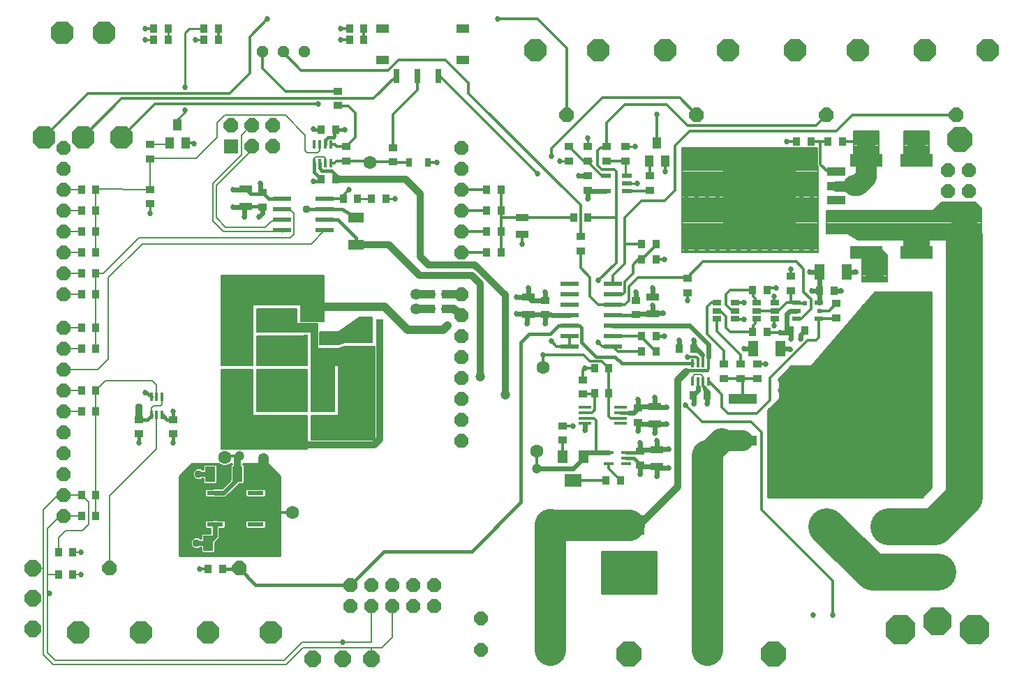
<source format=gtl>
G75*
%MOIN*%
%OFA0B0*%
%FSLAX24Y24*%
%IPPOS*%
%LPD*%
%AMOC8*
5,1,8,0,0,1.08239X$1,22.5*
%
%ADD10R,0.0866X0.0236*%
%ADD11R,0.0512X0.0630*%
%ADD12R,0.0787X0.0630*%
%ADD13OC8,0.0660*%
%ADD14OC8,0.0700*%
%ADD15R,0.0700X0.0700*%
%ADD16R,0.0740X0.0480*%
%ADD17R,0.0420X0.0350*%
%ADD18R,0.0600X0.0380*%
%ADD19R,0.0350X0.0420*%
%ADD20R,0.1457X0.0965*%
%ADD21R,0.0460X0.0140*%
%ADD22R,0.0590X0.0170*%
%ADD23R,0.0276X0.0669*%
%ADD24R,0.0610X0.0433*%
%ADD25R,0.1350X0.0500*%
%ADD26R,0.3550X0.4200*%
%ADD27OC8,0.1065*%
%ADD28C,0.0630*%
%ADD29R,0.0500X0.0220*%
%ADD30R,0.0780X0.0210*%
%ADD31R,0.0480X0.0740*%
%ADD32R,0.0394X0.0551*%
%ADD33OC8,0.0531*%
%ADD34OC8,0.1095*%
%ADD35R,0.0140X0.0400*%
%ADD36R,0.0394X0.0217*%
%ADD37R,0.0217X0.0394*%
%ADD38R,0.0650X0.1100*%
%ADD39R,0.0360X0.0480*%
%ADD40R,0.0512X0.0472*%
%ADD41OC8,0.1620*%
%ADD42OC8,0.1325*%
%ADD43OC8,0.1424*%
%ADD44R,0.3500X0.4200*%
%ADD45R,0.0900X0.0420*%
%ADD46R,0.1575X0.0630*%
%ADD47R,0.0417X0.0256*%
%ADD48R,0.0300X0.0400*%
%ADD49C,0.0120*%
%ADD50C,0.0270*%
%ADD51C,0.0240*%
%ADD52C,0.0160*%
%ADD53C,0.0070*%
%ADD54C,0.0100*%
%ADD55C,0.0050*%
%ADD56C,0.0472*%
%ADD57C,0.0320*%
%ADD58C,0.0376*%
%ADD59C,0.0531*%
%ADD60C,0.0400*%
%ADD61OC8,0.1181*%
%ADD62C,0.0945*%
%ADD63OC8,0.0768*%
%ADD64C,0.0500*%
%ADD65OC8,0.1266*%
%ADD66C,0.1750*%
%ADD67C,0.1000*%
%ADD68C,0.1200*%
%ADD69C,0.1500*%
%ADD70OC8,0.0650*%
%ADD71C,0.0416*%
%ADD72C,0.0240*%
D10*
X020470Y027045D03*
X020470Y027545D03*
X020470Y028045D03*
X020470Y028545D03*
X022517Y028545D03*
X022517Y028045D03*
X022517Y027545D03*
X022517Y027045D03*
X034217Y024495D03*
X034217Y023995D03*
X034217Y023495D03*
X034217Y022995D03*
X034217Y022495D03*
X034217Y021995D03*
X034217Y021495D03*
X036264Y021495D03*
X036264Y021995D03*
X036264Y022495D03*
X036264Y022995D03*
X036264Y023495D03*
X036264Y023995D03*
X036264Y024495D03*
D11*
X034891Y016216D03*
X033891Y016216D03*
D12*
X034391Y015074D03*
D13*
X029041Y016995D03*
X029041Y017995D03*
X029041Y018995D03*
X029041Y019995D03*
X029041Y020995D03*
X029041Y021995D03*
X029041Y022995D03*
X029041Y023995D03*
X029041Y025995D03*
X029041Y026995D03*
X029041Y027995D03*
X029041Y028995D03*
X029041Y029995D03*
X029041Y030995D03*
X010041Y030995D03*
X010041Y029995D03*
X010041Y028995D03*
X010041Y027995D03*
X010041Y026995D03*
X010041Y025995D03*
X010041Y024995D03*
X010041Y023995D03*
X010041Y022395D03*
X010041Y021395D03*
X010041Y020395D03*
X010041Y019395D03*
X010041Y018395D03*
X010041Y017395D03*
X010041Y016395D03*
X010041Y015395D03*
X010041Y014395D03*
X010041Y013395D03*
X023743Y010095D03*
X023743Y009095D03*
X024743Y009095D03*
X024743Y010095D03*
X025743Y010095D03*
X025743Y009095D03*
X026743Y009095D03*
X026743Y010095D03*
X027743Y010095D03*
X027743Y009095D03*
X052282Y026918D03*
X052282Y027918D03*
X053282Y027918D03*
X053282Y026918D03*
X053282Y028918D03*
X052282Y028918D03*
X052282Y029918D03*
X053282Y029918D03*
D14*
X052693Y032565D03*
X046493Y032565D03*
X040293Y032565D03*
X034093Y032565D03*
X020041Y032045D03*
X020041Y031045D03*
X019041Y031045D03*
X019041Y032045D03*
X018041Y032045D03*
X018443Y010875D03*
X012243Y010875D03*
D15*
X018041Y031045D03*
D16*
X023996Y027645D03*
X023996Y026345D03*
X020393Y024045D03*
X020393Y022745D03*
X021193Y021145D03*
X021193Y019845D03*
D17*
X023893Y021255D03*
X023893Y021935D03*
X019593Y016835D03*
X019593Y016155D03*
X015293Y017305D03*
X015293Y017985D03*
X013643Y017985D03*
X013643Y017305D03*
X014193Y028305D03*
X014193Y028985D03*
X014193Y030455D03*
X014193Y031135D03*
X019541Y028835D03*
X019541Y028155D03*
X023543Y030355D03*
X023543Y031035D03*
X023143Y033005D03*
X023143Y033685D03*
X025793Y030985D03*
X025793Y030305D03*
X033043Y023685D03*
X033043Y023005D03*
X034743Y026055D03*
X034743Y026735D03*
X035093Y028955D03*
X035093Y029635D03*
X035093Y030355D03*
X035093Y031035D03*
X035993Y031035D03*
X035993Y030355D03*
X036893Y030355D03*
X036893Y031035D03*
X038046Y029635D03*
X038046Y028955D03*
X034193Y030355D03*
X034193Y031035D03*
X039843Y024735D03*
X039843Y024055D03*
X037393Y023685D03*
X037393Y023005D03*
X034843Y019885D03*
X034843Y019205D03*
X033891Y017685D03*
X033891Y017005D03*
X037491Y017855D03*
X037491Y018535D03*
X037591Y016485D03*
X037591Y015805D03*
X041593Y019955D03*
X041593Y020635D03*
X042393Y020635D03*
X042393Y019955D03*
X043193Y019955D03*
X043193Y020635D03*
X046943Y022855D03*
X046943Y023535D03*
X044793Y024155D03*
X044793Y024835D03*
D18*
X038193Y023855D03*
X038193Y023035D03*
X038291Y018605D03*
X038291Y017785D03*
X038391Y016555D03*
X038391Y015735D03*
X032243Y023032D03*
X032243Y023852D03*
X031943Y026835D03*
X031943Y027655D03*
X018741Y028185D03*
X018741Y029005D03*
D19*
X022353Y029495D03*
X023033Y029495D03*
X023401Y028545D03*
X024081Y028545D03*
X024751Y028545D03*
X025431Y028545D03*
X023033Y031845D03*
X022353Y031845D03*
X023703Y036145D03*
X023703Y036695D03*
X024383Y036695D03*
X024383Y036145D03*
X017433Y036145D03*
X017433Y036695D03*
X016753Y036695D03*
X016753Y036145D03*
X015033Y036145D03*
X015033Y036695D03*
X014353Y036695D03*
X014353Y036145D03*
X011583Y028995D03*
X010903Y028995D03*
X010903Y027995D03*
X011583Y027995D03*
X011583Y026995D03*
X010903Y026995D03*
X010903Y025995D03*
X011583Y025995D03*
X011583Y024995D03*
X010903Y024995D03*
X010903Y023995D03*
X011583Y023995D03*
X011583Y022395D03*
X010903Y022395D03*
X010903Y021395D03*
X011583Y021395D03*
X011583Y019395D03*
X010903Y019395D03*
X010903Y018395D03*
X011583Y018395D03*
X011583Y014395D03*
X010903Y014395D03*
X010903Y013395D03*
X011583Y013395D03*
X010483Y011645D03*
X009803Y011645D03*
X009803Y010595D03*
X010483Y010595D03*
X016953Y010845D03*
X017633Y010845D03*
X024453Y021995D03*
X024453Y022595D03*
X025133Y022595D03*
X025133Y021995D03*
X027603Y023295D03*
X028283Y023295D03*
X028283Y023995D03*
X027603Y023995D03*
X030253Y025995D03*
X030933Y025995D03*
X030933Y026995D03*
X030253Y026995D03*
X030253Y027995D03*
X030933Y027995D03*
X030933Y028995D03*
X030253Y028995D03*
X034403Y027645D03*
X035083Y027645D03*
X037653Y026395D03*
X038333Y026395D03*
X038333Y025645D03*
X037653Y025645D03*
X037651Y021995D03*
X038331Y021995D03*
X038331Y021245D03*
X037651Y021245D03*
X036083Y020445D03*
X035403Y020445D03*
X035403Y019245D03*
X036083Y019245D03*
X039453Y021395D03*
X040133Y021395D03*
X040103Y019145D03*
X040783Y019145D03*
X042953Y022195D03*
X043633Y022195D03*
X044753Y022245D03*
X045433Y022245D03*
X046153Y024145D03*
X046833Y024145D03*
X043633Y024195D03*
X042953Y024195D03*
X045053Y031295D03*
X045733Y031295D03*
X046553Y031295D03*
X047233Y031295D03*
X036631Y015095D03*
X035951Y015095D03*
D20*
X037043Y012962D03*
X037043Y010934D03*
D21*
X036901Y015885D03*
X036901Y016145D03*
X036901Y016405D03*
X036081Y016405D03*
X036081Y015885D03*
D22*
X036651Y017815D03*
X036651Y018065D03*
X036651Y018325D03*
X036651Y018575D03*
X034931Y018575D03*
X034931Y018325D03*
X034931Y018065D03*
X034931Y017815D03*
D23*
X027944Y034429D03*
X026944Y034429D03*
X025944Y034429D03*
D24*
X025277Y035195D03*
X025277Y036695D03*
X029115Y036695D03*
X029115Y035195D03*
D25*
X042488Y018995D03*
X042488Y016995D03*
D26*
X046368Y017995D03*
D27*
X044993Y035635D03*
X047993Y035635D03*
X051193Y035635D03*
X054193Y035635D03*
X041793Y035635D03*
X038793Y035635D03*
X035593Y035635D03*
X032593Y035635D03*
X019943Y007805D03*
X016943Y007805D03*
X013743Y007805D03*
X010743Y007805D03*
D28*
X017743Y016195D03*
X020993Y013545D03*
X032641Y016495D03*
X032941Y020495D03*
X024693Y030295D03*
D29*
X035936Y029665D03*
X035936Y028925D03*
X036956Y028925D03*
X036956Y029295D03*
X036956Y029665D03*
D30*
X019213Y014492D03*
X019213Y013992D03*
X019213Y013492D03*
X019213Y012992D03*
X017273Y012992D03*
X017273Y013492D03*
X017273Y013992D03*
X017273Y014492D03*
D31*
X017043Y015395D03*
X018343Y015395D03*
X018246Y012095D03*
X016946Y012095D03*
X042993Y021395D03*
X044293Y021395D03*
X046143Y025045D03*
X047443Y025045D03*
D32*
X038767Y030365D03*
X038019Y030365D03*
X038393Y031231D03*
X015867Y031212D03*
X015119Y031212D03*
X015493Y032078D03*
D33*
X019543Y035595D03*
X020543Y035595D03*
X021543Y035595D03*
D34*
X012823Y031495D03*
X010973Y031495D03*
X009123Y031495D03*
X009973Y036495D03*
X011973Y036495D03*
X033293Y012995D03*
X033293Y006995D03*
X040793Y006995D03*
X040793Y012995D03*
D35*
X040853Y019805D03*
X040593Y019805D03*
X040333Y019805D03*
X040077Y019805D03*
X040077Y020685D03*
X040333Y020685D03*
X040593Y020685D03*
X040853Y020685D03*
X022803Y030255D03*
X022543Y030255D03*
X022283Y030255D03*
X022027Y030255D03*
X022027Y031135D03*
X022283Y031135D03*
X022543Y031135D03*
X022803Y031135D03*
X014753Y019085D03*
X014493Y019085D03*
X014233Y019085D03*
X014233Y018205D03*
X014493Y018205D03*
X014753Y018205D03*
D36*
X045062Y022821D03*
X045062Y023195D03*
X045062Y023569D03*
X046125Y023569D03*
X046125Y022821D03*
D37*
X022367Y022926D03*
X021619Y022926D03*
X021619Y021864D03*
X021993Y021864D03*
X022367Y021864D03*
D38*
X022343Y017595D03*
X021243Y017595D03*
D39*
X021085Y018995D03*
X022502Y018995D03*
D40*
X020374Y019806D03*
X020374Y021184D03*
X018012Y021184D03*
X018012Y019806D03*
D41*
X051770Y010719D03*
D42*
X051770Y008357D03*
D43*
X053541Y007965D03*
X049998Y007965D03*
D44*
X043293Y028495D03*
D45*
X046943Y028495D03*
X046943Y029165D03*
X046943Y029835D03*
X046943Y027825D03*
X046943Y027155D03*
D46*
X048393Y025995D03*
X050794Y025995D03*
X050794Y030395D03*
X048393Y030395D03*
D47*
X044026Y023569D03*
X044026Y023195D03*
X044026Y022821D03*
X043160Y022821D03*
X043160Y023195D03*
X043160Y023569D03*
X042126Y023569D03*
X042126Y023195D03*
X042126Y022821D03*
X041260Y022821D03*
X041260Y023195D03*
X041260Y023569D03*
D48*
X027433Y030295D03*
X026553Y030295D03*
D49*
X025803Y030295D01*
X025793Y030305D01*
X024703Y030305D01*
X024693Y030295D01*
X024633Y030355D01*
X023543Y030355D01*
X023533Y030345D01*
X023093Y030345D01*
X022993Y030245D01*
X022983Y030255D01*
X022803Y030255D01*
X023093Y031045D02*
X023533Y031045D01*
X023543Y031035D01*
X023543Y031045D01*
X023993Y031495D01*
X023993Y032645D01*
X023643Y032995D01*
X023153Y032995D01*
X023143Y033005D01*
X022201Y033095D02*
X014423Y033095D01*
X012823Y031495D01*
X010973Y031495D02*
X012823Y033345D01*
X024860Y033345D01*
X025944Y034429D01*
X025543Y034695D02*
X026043Y035195D01*
X028293Y035195D01*
X029393Y034095D01*
X029393Y033595D01*
X034743Y028245D01*
X034743Y026735D01*
X034743Y026055D02*
X034749Y026049D01*
X034749Y025239D01*
X035193Y024795D01*
X035193Y023895D01*
X035593Y023495D01*
X036264Y023495D01*
X036843Y023495D01*
X037043Y023695D01*
X037043Y024345D01*
X037493Y024795D01*
X039843Y024795D01*
X039843Y024735D01*
X039843Y024795D02*
X040593Y025545D01*
X045043Y025545D01*
X045393Y025195D01*
X045393Y024095D01*
X045743Y023745D01*
X045743Y023295D01*
X045269Y022821D01*
X045062Y022821D01*
X045086Y023545D02*
X045443Y023545D01*
X045086Y023545D02*
X045062Y023569D01*
X044793Y023569D01*
X044793Y024155D01*
X044793Y023569D02*
X044567Y023569D01*
X044193Y023195D01*
X044026Y023195D01*
X043160Y023195D01*
X043160Y022821D02*
X043093Y022754D01*
X043093Y022595D01*
X042993Y022495D01*
X042993Y022235D01*
X042953Y022195D01*
X041893Y022195D01*
X041693Y022395D01*
X041693Y022912D01*
X041410Y023195D01*
X041260Y023195D01*
X041260Y022821D02*
X041260Y022228D01*
X042393Y021095D01*
X042393Y020635D01*
X042393Y019955D02*
X041593Y019955D01*
X041593Y020635D02*
X041593Y021295D01*
X040793Y022095D01*
X040793Y023395D01*
X040993Y023595D01*
X041234Y023595D01*
X041260Y023569D01*
X041693Y023478D02*
X041693Y023995D01*
X041893Y024195D01*
X042953Y024195D01*
X042993Y024155D01*
X042993Y023895D01*
X043093Y023795D01*
X043093Y023636D01*
X043160Y023569D01*
X042543Y023595D02*
X042152Y023595D01*
X042126Y023569D01*
X042126Y023195D02*
X041976Y023195D01*
X041693Y023478D01*
X042126Y022821D02*
X042152Y022795D01*
X042543Y022795D01*
X043633Y022195D02*
X043683Y022145D01*
X044293Y022145D01*
X043993Y022495D02*
X043993Y022788D01*
X044026Y022821D01*
X044026Y023569D02*
X043993Y023602D01*
X043993Y023895D01*
X044093Y024295D02*
X043733Y024295D01*
X043633Y024195D01*
X043033Y024195D02*
X042953Y024195D01*
X042993Y024195D01*
X044793Y024835D02*
X044793Y025195D01*
X046603Y023195D02*
X046943Y023535D01*
X046603Y023195D02*
X046143Y023195D01*
X046125Y022821D02*
X046909Y022821D01*
X046943Y022855D01*
X046125Y022821D02*
X046125Y021926D01*
X045993Y021795D01*
X045593Y021795D01*
X043793Y019995D01*
X043793Y018927D01*
X043161Y018295D01*
X041793Y018295D01*
X041493Y018595D01*
X041493Y019195D01*
X040883Y019805D01*
X040853Y019805D01*
X040593Y019805D02*
X040593Y019595D01*
X040643Y019545D01*
X040343Y019545D02*
X040333Y019555D01*
X040333Y019805D01*
X040768Y020345D02*
X040843Y020420D01*
X040843Y020675D01*
X040853Y020685D01*
X040843Y020695D01*
X040843Y020995D01*
X040593Y021045D02*
X040593Y020685D01*
X040333Y020685D02*
X040333Y020905D01*
X040243Y020995D01*
X039843Y020995D01*
X040543Y021095D02*
X040593Y021045D01*
X042393Y019955D02*
X042488Y019860D01*
X042488Y018995D01*
X042393Y019955D02*
X043193Y019955D01*
X043193Y020635D02*
X043583Y020635D01*
X043593Y020645D01*
X042893Y017895D02*
X040543Y017895D01*
X039743Y018695D01*
X038293Y017795D02*
X038291Y017792D01*
X038291Y017785D01*
X037491Y018535D02*
X037493Y018538D01*
X037493Y018545D01*
X036651Y018065D02*
X036183Y018065D01*
X036083Y018165D01*
X036083Y019245D01*
X036083Y020445D01*
X036083Y020455D01*
X035743Y020795D01*
X035193Y020795D01*
X034893Y021095D01*
X032943Y021095D01*
X032941Y021095D01*
X032941Y020495D01*
X032941Y021092D02*
X032943Y021095D01*
X033593Y021495D02*
X033343Y021745D01*
X033593Y021495D02*
X034217Y021495D01*
X034217Y021995D01*
X035593Y021695D02*
X035793Y021495D01*
X036264Y021495D01*
X036514Y021245D01*
X037651Y021245D01*
X038331Y021245D02*
X037651Y021925D01*
X037651Y021995D01*
X036264Y021995D01*
X036264Y021495D02*
X036243Y021474D01*
X035403Y020445D02*
X034943Y020445D01*
X034843Y020345D01*
X034843Y019885D01*
X034843Y019205D02*
X035363Y019205D01*
X035403Y019245D01*
X035403Y018455D01*
X035393Y018445D01*
X035393Y018425D01*
X035293Y018325D01*
X034931Y018325D01*
X034931Y018065D02*
X034911Y018045D01*
X035393Y018045D01*
X035493Y017945D01*
X035493Y016505D01*
X035593Y016405D01*
X036043Y016405D02*
X036081Y016405D01*
X036081Y015885D02*
X036081Y015645D01*
X036631Y015095D01*
X035951Y015095D02*
X035930Y015074D01*
X034391Y015074D01*
X034891Y016216D02*
X035080Y016405D01*
X033891Y016216D02*
X033891Y017005D01*
X033891Y017685D02*
X034383Y017685D01*
X034393Y017695D01*
X034931Y017765D02*
X034931Y017815D01*
X034931Y017765D02*
X034943Y017752D01*
X036003Y019245D02*
X036083Y019245D01*
X037651Y021995D02*
X037601Y022045D01*
X036743Y023995D02*
X036843Y024095D01*
X036843Y024595D01*
X037243Y024995D01*
X037243Y025395D01*
X037493Y025645D01*
X037653Y025645D01*
X038333Y026325D01*
X038333Y026395D01*
X037653Y026395D02*
X036843Y026395D01*
X036843Y027655D01*
X037634Y028445D01*
X038743Y028445D01*
X039243Y028945D01*
X039243Y031095D01*
X039943Y031795D01*
X046943Y031795D01*
X047713Y032565D01*
X052693Y032565D01*
X048393Y031295D02*
X047233Y031295D01*
X046553Y031295D02*
X046193Y031295D01*
X046193Y030195D01*
X046553Y029835D01*
X046943Y029835D01*
X046193Y031295D02*
X045733Y031295D01*
X045053Y031295D02*
X044593Y031295D01*
X045973Y032045D02*
X046493Y032565D01*
X045973Y032045D02*
X039843Y032045D01*
X038843Y033045D01*
X036843Y033045D01*
X035993Y032195D01*
X035993Y031035D01*
X035953Y030995D01*
X035693Y030995D01*
X035543Y030845D01*
X035543Y030157D01*
X035755Y029945D01*
X036343Y029945D01*
X036443Y029845D01*
X036443Y027645D01*
X035083Y027645D01*
X034403Y027645D02*
X033043Y027645D01*
X031943Y027655D01*
X030933Y027655D01*
X030933Y026995D01*
X030933Y025995D01*
X030253Y025995D02*
X029041Y025995D01*
X029041Y026995D02*
X030253Y026995D01*
X030933Y027655D02*
X030933Y027995D01*
X030933Y028995D01*
X030253Y028995D02*
X029041Y028995D01*
X029041Y027995D02*
X030253Y027995D01*
X031943Y026835D02*
X031943Y026395D01*
X034743Y025239D02*
X034749Y025239D01*
X035593Y024645D02*
X036443Y025495D01*
X036443Y027645D01*
X036843Y026395D02*
X036843Y025445D01*
X036293Y024895D01*
X036293Y024524D01*
X036264Y024495D01*
X036264Y023995D02*
X036743Y023995D01*
X038333Y025645D02*
X038743Y025645D01*
X039843Y024055D02*
X039843Y023695D01*
X038016Y028925D02*
X036956Y028925D01*
X038016Y028925D02*
X038046Y028955D01*
X038046Y029635D02*
X038046Y030338D01*
X038019Y030365D01*
X038767Y030365D02*
X038767Y029919D01*
X038793Y029845D01*
X038393Y031231D02*
X038393Y032595D01*
X039463Y033395D02*
X040293Y032565D01*
X039463Y033395D02*
X035793Y033395D01*
X033343Y030945D01*
X033343Y030595D01*
X032693Y029745D02*
X027944Y034494D01*
X027944Y034429D01*
X026944Y034429D02*
X026943Y034528D01*
X026943Y033745D01*
X025793Y032595D01*
X025793Y030985D01*
X027433Y030295D02*
X027893Y030295D01*
X023693Y028995D02*
X023401Y028702D01*
X023401Y028545D01*
X022517Y028545D01*
X023093Y031045D02*
X023003Y031135D01*
X022803Y031135D01*
X021993Y031895D02*
X021943Y031845D01*
X023143Y033685D02*
X020653Y033685D01*
X019543Y034795D01*
X019543Y035595D01*
X018943Y036295D02*
X019793Y037145D01*
X018943Y036295D02*
X018943Y034545D01*
X017993Y033595D01*
X011223Y033595D01*
X009123Y031495D01*
X013943Y036695D02*
X014353Y036695D01*
X017433Y036695D02*
X017433Y036145D01*
X020543Y035595D02*
X020543Y035545D01*
X021393Y034695D01*
X025543Y034695D01*
X026943Y034629D02*
X026944Y034429D01*
X024383Y036145D02*
X024383Y036695D01*
X023703Y036695D02*
X023293Y036695D01*
X023293Y036145D02*
X023496Y036142D01*
X023703Y036145D01*
X030793Y037145D02*
X032693Y037145D01*
X034093Y035745D01*
X034093Y032565D01*
X035093Y030355D02*
X035093Y030324D01*
X035753Y029665D01*
X035936Y029665D01*
X035993Y030355D02*
X036893Y030355D01*
X035246Y030355D02*
X035093Y030355D01*
X042893Y017895D02*
X043393Y017395D01*
X043393Y013695D01*
X046793Y010295D01*
X046793Y008645D01*
X038393Y016545D02*
X038393Y016552D01*
X038391Y016555D01*
X037591Y015805D02*
X037591Y015798D01*
X037593Y015795D01*
X032643Y015645D02*
X032641Y015648D01*
X032641Y016495D01*
X020993Y013545D02*
X019943Y013545D01*
X019893Y013495D01*
X019216Y013495D01*
X019213Y013492D01*
X019216Y013495D02*
X019193Y013495D01*
X018443Y016245D02*
X017793Y016245D01*
X017743Y016195D01*
X017633Y010845D02*
X017633Y010835D01*
X016953Y010845D02*
X016543Y010845D01*
X016293Y031195D02*
X016276Y031212D01*
X015867Y031212D01*
X053000Y027201D02*
X053000Y027201D01*
D50*
X051293Y023895D03*
X050793Y023895D03*
X050293Y023895D03*
X049793Y023895D03*
X049293Y023895D03*
X048793Y023895D03*
X048793Y023395D03*
X048293Y023395D03*
X048293Y022895D03*
X048293Y022395D03*
X047793Y022395D03*
X047793Y021895D03*
X047293Y021895D03*
X047293Y021395D03*
X046793Y021395D03*
X046793Y020895D03*
X046293Y020895D03*
X046293Y020395D03*
X045793Y020395D03*
X045293Y020395D03*
X044793Y020395D03*
X044293Y019895D03*
X044293Y019395D03*
X044293Y018895D03*
X044293Y018395D03*
X043793Y018395D03*
X043793Y017895D03*
X043793Y017395D03*
X043793Y016895D03*
X043793Y016395D03*
X043793Y015895D03*
X043793Y015395D03*
X043793Y014895D03*
X043793Y014395D03*
X044293Y014395D03*
X044293Y014895D03*
X044293Y015395D03*
X044293Y015895D03*
X044293Y016395D03*
X044293Y016895D03*
X044293Y017395D03*
X044293Y017895D03*
X044793Y015395D03*
X044793Y014895D03*
X044793Y014395D03*
X045293Y014895D03*
X045293Y015395D03*
X045793Y015395D03*
X045793Y014895D03*
X045793Y014395D03*
X046293Y014395D03*
X046293Y014895D03*
X046293Y015395D03*
X046793Y015395D03*
X046793Y014895D03*
X046793Y014395D03*
X047293Y014395D03*
X047293Y014895D03*
X047293Y015395D03*
X047793Y015395D03*
X047793Y014895D03*
X047793Y014395D03*
X048293Y014395D03*
X048293Y014895D03*
X048293Y015395D03*
X048293Y015895D03*
X048293Y016395D03*
X048293Y016895D03*
X048293Y017395D03*
X048293Y017895D03*
X048293Y018395D03*
X048293Y018895D03*
X048293Y019395D03*
X048293Y019895D03*
X048793Y019895D03*
X048793Y019395D03*
X048793Y018895D03*
X048793Y018395D03*
X048793Y017895D03*
X048793Y017395D03*
X048793Y016895D03*
X048793Y016395D03*
X048793Y015895D03*
X048793Y015395D03*
X048793Y014895D03*
X048793Y014395D03*
X049293Y014395D03*
X049293Y014895D03*
X049293Y015395D03*
X049293Y015895D03*
X049293Y016395D03*
X049293Y016895D03*
X049293Y017395D03*
X049293Y017895D03*
X049293Y018395D03*
X049293Y018895D03*
X049293Y019395D03*
X049293Y019895D03*
X049793Y019895D03*
X049793Y019395D03*
X049793Y018895D03*
X049793Y018395D03*
X049793Y017895D03*
X049793Y017395D03*
X049793Y016895D03*
X049793Y016395D03*
X049793Y015895D03*
X049793Y015395D03*
X049793Y014895D03*
X049793Y014395D03*
X050293Y014395D03*
X050293Y014895D03*
X050293Y015395D03*
X050293Y015895D03*
X050293Y016395D03*
X050293Y016895D03*
X050293Y017395D03*
X050293Y017895D03*
X050293Y018395D03*
X050293Y018895D03*
X050293Y019395D03*
X050293Y019895D03*
X050793Y019895D03*
X050793Y019395D03*
X050793Y018895D03*
X050793Y018395D03*
X050793Y017895D03*
X050793Y017395D03*
X050793Y016895D03*
X050793Y016395D03*
X050793Y015895D03*
X050793Y015395D03*
X050793Y014895D03*
X050793Y014395D03*
X051293Y014895D03*
X051293Y015395D03*
X051293Y015895D03*
X051293Y016395D03*
X051293Y016895D03*
X051293Y017395D03*
X051293Y017895D03*
X051293Y018395D03*
X051293Y018895D03*
X051293Y019395D03*
X051293Y019895D03*
X051293Y020395D03*
X050793Y020395D03*
X050293Y020395D03*
X049793Y020395D03*
X049293Y020395D03*
X048793Y020395D03*
X048293Y020395D03*
X047793Y020395D03*
X047293Y020395D03*
X046793Y020395D03*
X047293Y020895D03*
X047793Y020895D03*
X047793Y021395D03*
X048293Y021395D03*
X048293Y020895D03*
X048793Y020895D03*
X048793Y021395D03*
X048793Y021895D03*
X048293Y021895D03*
X048793Y022395D03*
X048793Y022895D03*
X049293Y022895D03*
X049293Y022395D03*
X049293Y021895D03*
X049293Y021395D03*
X049293Y020895D03*
X049793Y020895D03*
X049793Y021395D03*
X049793Y021895D03*
X049793Y022395D03*
X049793Y022895D03*
X049793Y023395D03*
X049293Y023395D03*
X050293Y023395D03*
X050293Y022895D03*
X050293Y022395D03*
X050293Y021895D03*
X050293Y021395D03*
X050293Y020895D03*
X050793Y020895D03*
X050793Y021395D03*
X050793Y021895D03*
X050793Y022395D03*
X050793Y022895D03*
X050793Y023395D03*
X051293Y023395D03*
X051293Y022895D03*
X051293Y022395D03*
X051293Y021895D03*
X051293Y021395D03*
X051293Y020895D03*
X047193Y024145D03*
X047893Y025045D03*
X045693Y025045D03*
X044793Y025195D03*
X044793Y026195D03*
X044293Y026195D03*
X043793Y026195D03*
X043293Y026195D03*
X042793Y026195D03*
X042293Y026195D03*
X041793Y026195D03*
X041293Y026195D03*
X040793Y026195D03*
X040293Y026195D03*
X039793Y026195D03*
X039793Y026695D03*
X039793Y027195D03*
X039793Y027695D03*
X039793Y028195D03*
X039793Y028695D03*
X039793Y029195D03*
X039793Y029695D03*
X039793Y030195D03*
X039793Y030695D03*
X040293Y030695D03*
X040293Y030195D03*
X040293Y029695D03*
X040293Y029195D03*
X040293Y028695D03*
X040293Y028195D03*
X040293Y027695D03*
X040293Y027195D03*
X040293Y026695D03*
X040793Y026695D03*
X040793Y027195D03*
X040793Y027695D03*
X040793Y028195D03*
X040793Y028695D03*
X040793Y029195D03*
X040793Y029695D03*
X040793Y030195D03*
X040793Y030695D03*
X041293Y030695D03*
X041293Y030195D03*
X041293Y029695D03*
X041293Y029195D03*
X041293Y028695D03*
X041293Y028195D03*
X041293Y027695D03*
X041293Y027195D03*
X041293Y026695D03*
X038743Y025645D03*
X038193Y024295D03*
X037393Y024095D03*
X038193Y023445D03*
X038693Y023095D03*
X038743Y021995D03*
X039443Y021795D03*
X040143Y021795D03*
X039843Y020995D03*
X038293Y019045D03*
X038843Y018595D03*
X038843Y017795D03*
X038293Y017345D03*
X038393Y016995D03*
X038943Y016595D03*
X038943Y015695D03*
X038393Y015295D03*
X037593Y015395D03*
X037593Y016895D03*
X037493Y017445D03*
X037493Y018945D03*
X039743Y018695D03*
X040143Y018745D03*
X040793Y018745D03*
X043593Y020645D03*
X042543Y021395D03*
X043993Y022495D03*
X044293Y022145D03*
X044793Y021845D03*
X045243Y021845D03*
X044743Y021345D03*
X042543Y022795D03*
X042543Y023595D03*
X043993Y023895D03*
X044093Y024295D03*
X045793Y024145D03*
X045793Y026195D03*
X045293Y026195D03*
X045293Y026695D03*
X045293Y027195D03*
X045293Y027695D03*
X045293Y028195D03*
X045293Y028695D03*
X045293Y029195D03*
X045293Y029695D03*
X045293Y030195D03*
X045293Y030695D03*
X045793Y030695D03*
X045793Y030195D03*
X045793Y029695D03*
X045793Y029195D03*
X045793Y028695D03*
X045793Y028195D03*
X045793Y027695D03*
X045793Y027195D03*
X045793Y026695D03*
X044593Y031295D03*
X038793Y029845D03*
X037443Y029295D03*
X037343Y031045D03*
X038393Y032595D03*
X035093Y031445D03*
X033743Y030345D03*
X033343Y030595D03*
X032693Y029745D03*
X034643Y029645D03*
X035093Y028545D03*
X031943Y026395D03*
X032243Y024295D03*
X031693Y023845D03*
X031693Y023045D03*
X032193Y022595D03*
X033043Y022595D03*
X033343Y021745D03*
X032943Y021095D03*
X034943Y020445D03*
X035593Y021695D03*
X033043Y024095D03*
X035593Y024645D03*
X039843Y023695D03*
X034393Y017695D03*
X034943Y017495D03*
X023343Y017595D03*
X022943Y017595D03*
X022943Y017995D03*
X023343Y017995D03*
X023343Y017195D03*
X022943Y017195D03*
X015293Y016895D03*
X015293Y018395D03*
X013943Y019295D03*
X013643Y016895D03*
X010893Y011645D03*
X010893Y010595D03*
X009393Y009695D03*
X016543Y010845D03*
X023393Y007345D03*
X045843Y008645D03*
X046793Y008645D03*
X025893Y028545D03*
X023693Y028995D03*
X021993Y029395D03*
X019443Y029295D03*
X018143Y028995D03*
X018143Y028145D03*
X018693Y027695D03*
X019393Y027695D03*
X016293Y031195D03*
X015843Y032795D03*
X015843Y033895D03*
X016343Y036145D03*
X013943Y036145D03*
X013943Y036695D03*
X019793Y037145D03*
X023293Y036695D03*
X023293Y036145D03*
X022201Y033095D03*
X021993Y031895D03*
X023493Y031845D03*
X027893Y030295D03*
X030793Y037145D03*
X014193Y027845D03*
D51*
X018143Y028145D02*
X018693Y028145D01*
X018693Y028138D02*
X018693Y027695D01*
X018693Y028138D02*
X018741Y028185D01*
X019541Y028155D02*
X019541Y027842D01*
X019393Y027695D01*
X019541Y028835D02*
X019551Y028845D01*
X019541Y028835D02*
X019443Y028932D01*
X019443Y029295D01*
X018741Y029005D02*
X018731Y028995D01*
X018143Y028995D01*
X031693Y023845D02*
X032243Y023845D01*
X032393Y023695D01*
X033043Y023695D01*
X033043Y023685D01*
X033043Y023695D02*
X033043Y024095D01*
X032243Y024295D02*
X032243Y023852D01*
X032193Y023045D02*
X031693Y023045D01*
X032193Y023032D02*
X032193Y022595D01*
X032271Y023005D02*
X032243Y023032D01*
X032271Y023005D02*
X033043Y023005D01*
X033643Y022995D01*
X034217Y022995D01*
X033043Y023005D02*
X033043Y022595D01*
X036264Y022495D02*
X039943Y022495D01*
X040843Y021595D01*
X040843Y020995D01*
X040543Y021095D02*
X040293Y021395D01*
X040133Y021395D01*
X040143Y021405D01*
X040143Y021795D01*
X039443Y021795D02*
X039443Y021405D01*
X039453Y021395D01*
X038693Y023095D02*
X038193Y023095D01*
X038193Y023035D01*
X037343Y023035D01*
X037393Y023005D01*
X037393Y023685D02*
X037393Y024095D01*
X038193Y024295D02*
X038193Y023855D01*
X038193Y023445D02*
X038193Y023095D01*
X040343Y019545D02*
X040343Y019385D01*
X040103Y019145D01*
X040143Y019105D01*
X040143Y018745D01*
X040783Y018755D02*
X040793Y018745D01*
X040783Y018755D02*
X040783Y019145D01*
X040783Y019355D01*
X040693Y019445D01*
X038843Y018595D02*
X038293Y018595D01*
X038293Y019045D01*
X038291Y018605D02*
X037561Y018605D01*
X037491Y018535D01*
X037281Y018325D01*
X037043Y018325D01*
X037493Y018545D02*
X037493Y018945D01*
X037491Y017855D02*
X037561Y017785D01*
X038291Y017785D01*
X038293Y017795D02*
X038193Y017795D01*
X038293Y017795D02*
X038293Y017845D01*
X038293Y017795D02*
X038293Y017345D01*
X038393Y016995D02*
X038393Y016545D01*
X038391Y016555D02*
X037661Y016555D01*
X037591Y016485D01*
X037551Y016445D01*
X037593Y016495D02*
X037593Y016895D01*
X037493Y017445D02*
X037493Y017795D01*
X038293Y017795D02*
X038843Y017795D01*
X038943Y016595D02*
X038443Y016595D01*
X038391Y015735D02*
X037661Y015735D01*
X037591Y015805D01*
X037593Y015795D02*
X037593Y015395D01*
X038393Y015295D02*
X038393Y015695D01*
X038943Y015695D01*
X036081Y016405D02*
X035593Y016405D01*
X035080Y016405D01*
X034891Y016216D02*
X034891Y016142D01*
X034393Y015645D01*
X032643Y015645D01*
X034943Y017495D02*
X034943Y017752D01*
X042543Y021395D02*
X042993Y021395D01*
X044293Y021395D02*
X044693Y021395D01*
X044743Y021345D01*
X044793Y021845D02*
X044793Y022195D01*
X044743Y022245D01*
X044753Y022245D01*
X044743Y022245D02*
X044693Y022245D01*
X044593Y022145D01*
X044293Y022145D01*
X044593Y022195D02*
X044643Y022145D01*
X044593Y022195D02*
X044593Y022245D01*
X044693Y022245D01*
X044593Y022245D02*
X044593Y023045D01*
X044743Y023195D01*
X045062Y023195D01*
X045433Y022245D02*
X045243Y022055D01*
X045243Y021845D01*
X046125Y023569D02*
X046153Y023598D01*
X046153Y024145D01*
X045793Y024145D01*
X046143Y024155D02*
X046143Y025045D01*
X046093Y025045D02*
X045693Y025045D01*
X046143Y024155D02*
X046153Y024145D01*
X046833Y024145D02*
X047193Y024145D01*
X047443Y025045D02*
X047893Y025045D01*
X035936Y028925D02*
X035123Y028925D01*
X035093Y028955D01*
X035093Y028545D01*
X035093Y029635D02*
X034643Y029645D01*
X018343Y015395D02*
X018343Y015145D01*
X017693Y014495D01*
X017276Y014495D01*
X017273Y014492D01*
X017043Y015395D02*
X016493Y015395D01*
X017273Y012992D02*
X017273Y012422D01*
X016946Y012095D01*
X016393Y012095D01*
D52*
X017633Y010845D02*
X018443Y010845D01*
X018443Y010875D01*
X019223Y010095D01*
X023743Y010095D01*
X025343Y011695D01*
X029543Y011695D01*
X031893Y014046D01*
X031893Y021695D01*
X032293Y022095D01*
X033293Y022095D01*
X033693Y022495D01*
X034217Y022495D01*
X034693Y022495D01*
X034793Y022395D01*
X034793Y021695D01*
X035493Y020995D01*
X036393Y020995D01*
X036703Y020685D01*
X040077Y020685D01*
X039818Y020345D02*
X039818Y020320D01*
X039768Y020270D01*
X039743Y020270D02*
X039818Y020345D01*
X040768Y020345D01*
X040643Y019545D02*
X040693Y019495D01*
X040693Y019445D01*
X038743Y021995D02*
X038331Y021995D01*
X037393Y023005D02*
X037343Y022995D01*
X036264Y022995D01*
X036651Y018325D02*
X037043Y018325D01*
X037591Y016485D02*
X037511Y016405D01*
X036901Y016405D01*
X036901Y016145D02*
X037291Y016145D01*
X037591Y015845D01*
X037591Y015805D01*
X023996Y026345D02*
X023996Y026692D01*
X023143Y027545D01*
X022517Y027545D01*
X022517Y028045D02*
X021643Y028045D01*
X022517Y028045D02*
X023356Y028045D01*
X023996Y027645D01*
X023033Y029495D02*
X023043Y029505D01*
X023043Y029695D01*
X022843Y029895D01*
X022393Y029895D01*
X022283Y030005D01*
X022283Y030255D01*
X022027Y030255D02*
X022027Y029821D01*
X022353Y029495D01*
X022253Y029395D01*
X021993Y029395D01*
X020470Y028545D02*
X019831Y028545D01*
X019541Y028835D01*
X019493Y028795D02*
X018993Y028795D01*
X018783Y029005D01*
X018741Y029005D01*
X018693Y028195D02*
X018703Y028185D01*
X018741Y028185D01*
X018693Y028195D02*
X019593Y028195D01*
X022543Y031135D02*
X022543Y031345D01*
X022693Y031495D01*
X022943Y031495D01*
X022993Y031545D01*
X022993Y031805D01*
X023033Y031845D01*
X023493Y031845D01*
X022353Y031845D02*
X022043Y031845D01*
X021993Y031895D01*
X014023Y019295D02*
X013943Y019295D01*
X014023Y019295D02*
X014233Y019085D01*
X014233Y018205D02*
X014243Y018195D01*
X014043Y017995D01*
X013643Y017995D01*
X013643Y017305D02*
X013643Y016895D01*
X014783Y018205D02*
X014993Y017995D01*
X015283Y017995D01*
X015293Y017985D01*
X015293Y018395D01*
X014783Y018205D02*
X014753Y018205D01*
X015293Y017305D02*
X015293Y016895D01*
D53*
X009093Y006745D02*
X009543Y006295D01*
X020693Y006295D01*
X021493Y007095D01*
X024743Y007095D01*
X024743Y006545D01*
X024743Y007095D02*
X025243Y007095D01*
X025743Y007595D01*
X025743Y009095D01*
X024743Y009095D02*
X024743Y007345D01*
X023393Y007345D01*
X021443Y007345D01*
X020593Y006495D01*
X009643Y006495D01*
X009293Y006845D01*
X009293Y009695D01*
X009393Y009695D01*
X009293Y009695D02*
X009293Y010595D01*
X009803Y010595D01*
X009293Y010595D02*
X009293Y012795D01*
X009893Y013395D01*
X010041Y013395D01*
X010903Y013395D01*
X011243Y012995D02*
X011243Y014055D01*
X010903Y014395D01*
X010041Y014395D01*
X009793Y014395D01*
X009093Y013695D01*
X009093Y010895D01*
X008593Y010895D01*
X009093Y010895D02*
X009093Y006745D01*
X010483Y010595D02*
X010893Y010595D01*
X010893Y011645D02*
X010483Y011645D01*
X009803Y011645D02*
X009803Y012355D01*
X010143Y012695D01*
X010943Y012695D01*
X011243Y012995D01*
X011583Y013395D02*
X011583Y014395D01*
X011583Y018395D01*
X011583Y019395D01*
X012033Y019845D01*
X014293Y019845D01*
X014493Y019645D01*
X014493Y019085D01*
X014493Y019245D01*
X014753Y019085D02*
X014753Y018705D01*
X014693Y018645D01*
X014343Y018645D01*
X014233Y018535D01*
X014233Y018205D01*
X014493Y018205D02*
X014493Y016595D01*
X012243Y014345D01*
X012243Y010875D01*
X010903Y018395D02*
X010041Y018395D01*
X010041Y019395D02*
X010903Y019395D01*
X011693Y020395D02*
X010041Y020395D01*
X010041Y021395D02*
X010903Y021395D01*
X011583Y021395D02*
X011583Y022395D01*
X011583Y023995D01*
X011583Y024995D01*
X011943Y024995D01*
X013643Y026695D01*
X020893Y026695D01*
X021043Y026845D01*
X021043Y027845D01*
X020843Y028045D01*
X020843Y028095D01*
X020793Y028095D01*
X020470Y027545D02*
X020420Y027495D01*
X019993Y027495D01*
X019693Y027195D01*
X017793Y027195D01*
X017343Y027645D01*
X017343Y029195D01*
X019041Y030892D01*
X019041Y031045D01*
X018543Y030645D02*
X018543Y031595D01*
X018993Y032045D01*
X019041Y032045D01*
X017743Y032545D02*
X020643Y032545D01*
X021593Y031595D01*
X021593Y030845D01*
X021693Y030745D01*
X022193Y030745D01*
X022293Y030845D01*
X022293Y031125D01*
X022283Y031135D01*
X022293Y031145D01*
X022493Y030545D02*
X022543Y030495D01*
X022543Y030255D01*
X022493Y030545D02*
X022080Y030545D01*
X022027Y030493D01*
X022027Y030255D01*
X022027Y031861D02*
X021993Y031895D01*
X018543Y030645D02*
X017193Y029295D01*
X017193Y027495D01*
X017693Y026995D01*
X020420Y026995D01*
X020470Y027045D01*
X021867Y026395D02*
X013806Y026395D01*
X012193Y024783D01*
X012193Y020895D01*
X011693Y020395D01*
X010903Y022395D02*
X010041Y022395D01*
X010041Y023995D02*
X010903Y023995D01*
X010903Y024995D02*
X010041Y024995D01*
X010041Y025995D02*
X010903Y025995D01*
X011583Y025995D02*
X011583Y026995D01*
X011583Y027995D01*
X011583Y028995D01*
X011593Y029005D01*
X014193Y028985D01*
X014193Y030455D01*
X014233Y030495D02*
X016393Y030495D01*
X017393Y031495D01*
X017393Y032195D01*
X017743Y032545D01*
X015042Y031135D02*
X014193Y031135D01*
X014193Y028995D02*
X014203Y028995D01*
X014193Y028985D01*
X010903Y028995D02*
X010041Y028995D01*
X010041Y027995D02*
X010903Y027995D01*
X010903Y026995D02*
X010041Y026995D01*
X021867Y026395D02*
X022517Y027045D01*
X039593Y027025D02*
X046093Y027025D01*
X046093Y027093D02*
X039593Y027093D01*
X039593Y027162D02*
X046093Y027162D01*
X046093Y027230D02*
X039593Y027230D01*
X039593Y027299D02*
X046093Y027299D01*
X046093Y027367D02*
X039593Y027367D01*
X039593Y027436D02*
X046093Y027436D01*
X046093Y027504D02*
X039593Y027504D01*
X039593Y027573D02*
X046093Y027573D01*
X046093Y027641D02*
X039593Y027641D01*
X039593Y027710D02*
X046093Y027710D01*
X046093Y027778D02*
X039593Y027778D01*
X039593Y027847D02*
X046093Y027847D01*
X046093Y027915D02*
X039593Y027915D01*
X039593Y027984D02*
X046093Y027984D01*
X046093Y028052D02*
X039593Y028052D01*
X039593Y028121D02*
X046093Y028121D01*
X046093Y028189D02*
X039593Y028189D01*
X039593Y028258D02*
X046093Y028258D01*
X046093Y028326D02*
X039593Y028326D01*
X039593Y028395D02*
X046093Y028395D01*
X046093Y028463D02*
X039593Y028463D01*
X039593Y028532D02*
X046093Y028532D01*
X046093Y028600D02*
X039593Y028600D01*
X039593Y028669D02*
X046093Y028669D01*
X046093Y028737D02*
X039593Y028737D01*
X039593Y028806D02*
X046093Y028806D01*
X046093Y028874D02*
X039593Y028874D01*
X039593Y028943D02*
X046093Y028943D01*
X046093Y029011D02*
X039593Y029011D01*
X039593Y029080D02*
X046093Y029080D01*
X046093Y029148D02*
X039593Y029148D01*
X039593Y029217D02*
X046093Y029217D01*
X046093Y029285D02*
X039593Y029285D01*
X039593Y029354D02*
X046093Y029354D01*
X046093Y029422D02*
X039593Y029422D01*
X039593Y029491D02*
X046093Y029491D01*
X046093Y029559D02*
X039593Y029559D01*
X039593Y029628D02*
X046093Y029628D01*
X046093Y029696D02*
X039593Y029696D01*
X039593Y029765D02*
X046093Y029765D01*
X046093Y029833D02*
X039593Y029833D01*
X039593Y029902D02*
X046093Y029902D01*
X046093Y029970D02*
X039593Y029970D01*
X039593Y030039D02*
X046093Y030039D01*
X046093Y030090D02*
X046093Y025995D01*
X039593Y025995D01*
X039593Y030995D01*
X046048Y030995D01*
X046048Y030135D01*
X046093Y030090D01*
X046076Y030107D02*
X039593Y030107D01*
X039593Y030176D02*
X046048Y030176D01*
X046048Y030244D02*
X039593Y030244D01*
X039593Y030313D02*
X046048Y030313D01*
X046048Y030381D02*
X039593Y030381D01*
X039593Y030450D02*
X046048Y030450D01*
X046048Y030518D02*
X039593Y030518D01*
X039593Y030587D02*
X046048Y030587D01*
X046048Y030655D02*
X039593Y030655D01*
X039593Y030724D02*
X046048Y030724D01*
X046048Y030792D02*
X039593Y030792D01*
X039593Y030861D02*
X046048Y030861D01*
X046048Y030929D02*
X039593Y030929D01*
X039593Y026956D02*
X046093Y026956D01*
X046093Y026888D02*
X039593Y026888D01*
X039593Y026819D02*
X046093Y026819D01*
X046093Y026751D02*
X039593Y026751D01*
X039593Y026682D02*
X046093Y026682D01*
X046093Y026614D02*
X039593Y026614D01*
X039593Y026545D02*
X046093Y026545D01*
X046093Y026477D02*
X039593Y026477D01*
X039593Y026408D02*
X046093Y026408D01*
X046093Y026340D02*
X039593Y026340D01*
X039593Y026271D02*
X046093Y026271D01*
X046093Y026203D02*
X039593Y026203D01*
X039593Y026134D02*
X046093Y026134D01*
X046093Y026066D02*
X039593Y026066D01*
X039593Y025997D02*
X046093Y025997D01*
X046493Y026895D02*
X047493Y026895D01*
X047993Y026595D01*
X050193Y026595D01*
X050193Y025795D01*
X051393Y025795D01*
X051393Y026595D01*
X053893Y026595D01*
X053893Y028095D01*
X053593Y028395D01*
X051993Y028395D01*
X051593Y027995D01*
X046493Y027995D01*
X046493Y026895D01*
X046493Y026956D02*
X053893Y026956D01*
X053893Y026888D02*
X047506Y026888D01*
X047620Y026819D02*
X053893Y026819D01*
X053893Y026751D02*
X047734Y026751D01*
X047848Y026682D02*
X053893Y026682D01*
X053893Y026614D02*
X047962Y026614D01*
X048193Y026195D02*
X049033Y026195D01*
X049393Y025834D01*
X049393Y024595D01*
X048193Y024595D01*
X048193Y026195D01*
X048193Y026134D02*
X049094Y026134D01*
X049162Y026066D02*
X048193Y026066D01*
X048193Y025997D02*
X049231Y025997D01*
X049299Y025929D02*
X048193Y025929D01*
X048193Y025860D02*
X049368Y025860D01*
X049393Y025792D02*
X048193Y025792D01*
X048193Y025723D02*
X049393Y025723D01*
X049393Y025655D02*
X048193Y025655D01*
X048193Y025586D02*
X049393Y025586D01*
X049393Y025518D02*
X048193Y025518D01*
X048193Y025449D02*
X049393Y025449D01*
X049393Y025381D02*
X048193Y025381D01*
X048193Y025312D02*
X049393Y025312D01*
X049393Y025244D02*
X048193Y025244D01*
X048193Y025175D02*
X049393Y025175D01*
X049393Y025107D02*
X048193Y025107D01*
X048193Y025038D02*
X049393Y025038D01*
X049393Y024970D02*
X048193Y024970D01*
X048193Y024901D02*
X049393Y024901D01*
X049393Y024833D02*
X048193Y024833D01*
X048193Y024764D02*
X049393Y024764D01*
X049393Y024696D02*
X048193Y024696D01*
X048193Y024627D02*
X049393Y024627D01*
X050193Y025860D02*
X051393Y025860D01*
X051393Y025929D02*
X050193Y025929D01*
X050193Y025997D02*
X051393Y025997D01*
X051393Y026066D02*
X050193Y026066D01*
X050193Y026134D02*
X051393Y026134D01*
X051393Y026203D02*
X050193Y026203D01*
X050193Y026271D02*
X051393Y026271D01*
X051393Y026340D02*
X050193Y026340D01*
X050193Y026408D02*
X051393Y026408D01*
X051393Y026477D02*
X050193Y026477D01*
X050193Y026545D02*
X051393Y026545D01*
X051650Y028052D02*
X053893Y028052D01*
X053893Y027984D02*
X046493Y027984D01*
X046493Y027915D02*
X053893Y027915D01*
X053893Y027847D02*
X046493Y027847D01*
X046493Y027778D02*
X053893Y027778D01*
X053893Y027710D02*
X046493Y027710D01*
X046493Y027641D02*
X053893Y027641D01*
X053893Y027573D02*
X046493Y027573D01*
X046493Y027504D02*
X053893Y027504D01*
X053893Y027436D02*
X046493Y027436D01*
X046493Y027367D02*
X053893Y027367D01*
X053893Y027299D02*
X046493Y027299D01*
X046493Y027230D02*
X053893Y027230D01*
X053893Y027162D02*
X046493Y027162D01*
X046493Y027093D02*
X053893Y027093D01*
X053893Y027025D02*
X046493Y027025D01*
X047793Y030295D02*
X048993Y030295D01*
X048993Y031795D01*
X047793Y031795D01*
X047793Y030295D01*
X047793Y030313D02*
X048993Y030313D01*
X048993Y030381D02*
X047793Y030381D01*
X047793Y030450D02*
X048993Y030450D01*
X048993Y030518D02*
X047793Y030518D01*
X047793Y030587D02*
X048993Y030587D01*
X048993Y030655D02*
X047793Y030655D01*
X047793Y030724D02*
X048993Y030724D01*
X048993Y030792D02*
X047793Y030792D01*
X047793Y030861D02*
X048993Y030861D01*
X048993Y030929D02*
X047793Y030929D01*
X047793Y030998D02*
X048993Y030998D01*
X048993Y031066D02*
X047793Y031066D01*
X047793Y031135D02*
X048993Y031135D01*
X048993Y031203D02*
X047793Y031203D01*
X047793Y031272D02*
X048993Y031272D01*
X048993Y031340D02*
X047793Y031340D01*
X047793Y031409D02*
X048993Y031409D01*
X048993Y031477D02*
X047793Y031477D01*
X047793Y031546D02*
X048993Y031546D01*
X048993Y031614D02*
X047793Y031614D01*
X047793Y031683D02*
X048993Y031683D01*
X048993Y031751D02*
X047793Y031751D01*
X050193Y031751D02*
X051393Y031751D01*
X051393Y031795D02*
X051393Y030295D01*
X050193Y030295D01*
X050193Y031795D01*
X051393Y031795D01*
X051393Y031683D02*
X050193Y031683D01*
X050193Y031614D02*
X051393Y031614D01*
X051393Y031546D02*
X050193Y031546D01*
X050193Y031477D02*
X051393Y031477D01*
X051393Y031409D02*
X050193Y031409D01*
X050193Y031340D02*
X051393Y031340D01*
X051393Y031272D02*
X050193Y031272D01*
X050193Y031203D02*
X051393Y031203D01*
X051393Y031135D02*
X050193Y031135D01*
X050193Y031066D02*
X051393Y031066D01*
X051393Y030998D02*
X050193Y030998D01*
X050193Y030929D02*
X051393Y030929D01*
X051393Y030861D02*
X050193Y030861D01*
X050193Y030792D02*
X051393Y030792D01*
X051393Y030724D02*
X050193Y030724D01*
X050193Y030655D02*
X051393Y030655D01*
X051393Y030587D02*
X050193Y030587D01*
X050193Y030518D02*
X051393Y030518D01*
X051393Y030450D02*
X050193Y030450D01*
X050193Y030381D02*
X051393Y030381D01*
X051393Y030313D02*
X050193Y030313D01*
X051993Y028395D02*
X053594Y028395D01*
X053662Y028326D02*
X051924Y028326D01*
X051856Y028258D02*
X053731Y028258D01*
X053799Y028189D02*
X051787Y028189D01*
X051719Y028121D02*
X053868Y028121D01*
X040593Y020045D02*
X040593Y019805D01*
X040593Y020045D02*
X040493Y020145D01*
X040193Y020145D01*
X040077Y020029D01*
X040077Y019805D01*
D54*
X038393Y016545D02*
X038443Y016495D01*
X038343Y011695D02*
X035743Y011695D01*
X035743Y009695D01*
X038343Y009695D01*
X038343Y011695D01*
X038343Y011610D02*
X035743Y011610D01*
X035743Y011511D02*
X038343Y011511D01*
X038343Y011413D02*
X035743Y011413D01*
X035743Y011314D02*
X038343Y011314D01*
X038343Y011216D02*
X035743Y011216D01*
X035743Y011117D02*
X038343Y011117D01*
X038343Y011019D02*
X035743Y011019D01*
X035743Y010920D02*
X038343Y010920D01*
X038343Y010822D02*
X035743Y010822D01*
X035743Y010723D02*
X038343Y010723D01*
X038343Y010625D02*
X035743Y010625D01*
X035743Y010526D02*
X038343Y010526D01*
X038343Y010428D02*
X035743Y010428D01*
X035743Y010329D02*
X038343Y010329D01*
X038343Y010231D02*
X035743Y010231D01*
X035743Y010132D02*
X038343Y010132D01*
X038343Y010034D02*
X035743Y010034D01*
X035743Y009935D02*
X038343Y009935D01*
X038343Y009837D02*
X035743Y009837D01*
X035743Y009738D02*
X038343Y009738D01*
X043693Y014295D02*
X043693Y018445D01*
X044243Y018995D01*
X044243Y019995D01*
X044793Y020545D01*
X045743Y020545D01*
X048793Y024095D01*
X051493Y024095D01*
X051493Y014742D01*
X051046Y014295D01*
X043693Y014295D01*
X043693Y014368D02*
X051119Y014368D01*
X051217Y014466D02*
X043693Y014466D01*
X043693Y014565D02*
X051316Y014565D01*
X051414Y014663D02*
X043693Y014663D01*
X043693Y014762D02*
X051493Y014762D01*
X051493Y014860D02*
X043693Y014860D01*
X043693Y014959D02*
X051493Y014959D01*
X051493Y015057D02*
X043693Y015057D01*
X043693Y015156D02*
X051493Y015156D01*
X051493Y015254D02*
X043693Y015254D01*
X043693Y015353D02*
X051493Y015353D01*
X051493Y015451D02*
X043693Y015451D01*
X043693Y015550D02*
X051493Y015550D01*
X051493Y015648D02*
X043693Y015648D01*
X043693Y015747D02*
X051493Y015747D01*
X051493Y015845D02*
X043693Y015845D01*
X043693Y015944D02*
X051493Y015944D01*
X051493Y016042D02*
X043693Y016042D01*
X043693Y016141D02*
X051493Y016141D01*
X051493Y016239D02*
X043693Y016239D01*
X043693Y016338D02*
X051493Y016338D01*
X051493Y016436D02*
X043693Y016436D01*
X043693Y016535D02*
X051493Y016535D01*
X051493Y016633D02*
X043693Y016633D01*
X043693Y016732D02*
X051493Y016732D01*
X051493Y016830D02*
X043693Y016830D01*
X043693Y016929D02*
X051493Y016929D01*
X051493Y017027D02*
X043693Y017027D01*
X043693Y017126D02*
X051493Y017126D01*
X051493Y017224D02*
X043693Y017224D01*
X043693Y017323D02*
X051493Y017323D01*
X051493Y017421D02*
X043693Y017421D01*
X043693Y017520D02*
X051493Y017520D01*
X051493Y017618D02*
X043693Y017618D01*
X043693Y017717D02*
X051493Y017717D01*
X051493Y017815D02*
X043693Y017815D01*
X043693Y017914D02*
X051493Y017914D01*
X051493Y018012D02*
X043693Y018012D01*
X043693Y018111D02*
X051493Y018111D01*
X051493Y018209D02*
X043693Y018209D01*
X043693Y018308D02*
X051493Y018308D01*
X051493Y018406D02*
X043693Y018406D01*
X043753Y018505D02*
X051493Y018505D01*
X051493Y018603D02*
X043851Y018603D01*
X043950Y018702D02*
X051493Y018702D01*
X051493Y018800D02*
X044048Y018800D01*
X044147Y018899D02*
X051493Y018899D01*
X051493Y018997D02*
X044243Y018997D01*
X044243Y019096D02*
X051493Y019096D01*
X051493Y019194D02*
X044243Y019194D01*
X044243Y019293D02*
X051493Y019293D01*
X051493Y019391D02*
X044243Y019391D01*
X044243Y019490D02*
X051493Y019490D01*
X051493Y019588D02*
X044243Y019588D01*
X044243Y019687D02*
X051493Y019687D01*
X051493Y019785D02*
X044243Y019785D01*
X044243Y019884D02*
X051493Y019884D01*
X051493Y019982D02*
X044243Y019982D01*
X044329Y020081D02*
X051493Y020081D01*
X051493Y020179D02*
X044427Y020179D01*
X044526Y020278D02*
X051493Y020278D01*
X051493Y020376D02*
X044624Y020376D01*
X044723Y020475D02*
X051493Y020475D01*
X051493Y020573D02*
X045767Y020573D01*
X045852Y020672D02*
X051493Y020672D01*
X051493Y020770D02*
X045937Y020770D01*
X046021Y020869D02*
X051493Y020869D01*
X051493Y020967D02*
X046106Y020967D01*
X046191Y021066D02*
X051493Y021066D01*
X051493Y021164D02*
X046275Y021164D01*
X046360Y021263D02*
X051493Y021263D01*
X051493Y021361D02*
X046444Y021361D01*
X046529Y021460D02*
X051493Y021460D01*
X051493Y021558D02*
X046614Y021558D01*
X046698Y021657D02*
X051493Y021657D01*
X051493Y021755D02*
X046783Y021755D01*
X046868Y021854D02*
X051493Y021854D01*
X051493Y021952D02*
X046952Y021952D01*
X047037Y022051D02*
X051493Y022051D01*
X051493Y022149D02*
X047121Y022149D01*
X047206Y022248D02*
X051493Y022248D01*
X051493Y022346D02*
X047291Y022346D01*
X047375Y022445D02*
X051493Y022445D01*
X051493Y022543D02*
X047460Y022543D01*
X047545Y022642D02*
X051493Y022642D01*
X051493Y022740D02*
X047629Y022740D01*
X047714Y022839D02*
X051493Y022839D01*
X051493Y022937D02*
X047798Y022937D01*
X047883Y023036D02*
X051493Y023036D01*
X051493Y023134D02*
X047968Y023134D01*
X048052Y023233D02*
X051493Y023233D01*
X051493Y023331D02*
X048137Y023331D01*
X048222Y023430D02*
X051493Y023430D01*
X051493Y023528D02*
X048306Y023528D01*
X048391Y023627D02*
X051493Y023627D01*
X051493Y023725D02*
X048475Y023725D01*
X048560Y023824D02*
X051493Y023824D01*
X051493Y023922D02*
X048645Y023922D01*
X048729Y024021D02*
X051493Y024021D01*
X037443Y029295D02*
X036956Y029295D01*
X036956Y029665D02*
X036893Y029728D01*
X036893Y030355D01*
X036893Y031035D02*
X037333Y031035D01*
X037343Y031045D01*
X036123Y029665D02*
X035936Y029665D01*
X035093Y030355D02*
X034873Y030355D01*
X034193Y031035D01*
X034193Y030355D02*
X034183Y030345D01*
X033743Y030345D01*
X035093Y031035D02*
X035093Y031445D01*
X025893Y028545D02*
X025431Y028545D01*
X024751Y028545D02*
X024081Y028545D01*
X020472Y028095D02*
X020470Y028045D01*
X020491Y027092D02*
X020470Y027045D01*
X020470Y026971D01*
X015119Y031212D02*
X015042Y031135D01*
X014233Y030495D02*
X014193Y030455D01*
X014193Y028995D02*
X014193Y028985D01*
X014193Y028305D02*
X014193Y027845D01*
X015493Y032078D02*
X015493Y032345D01*
X015843Y032695D01*
X015843Y032795D01*
X015843Y033895D02*
X015843Y036495D01*
X016043Y036695D01*
X016753Y036695D01*
X016753Y036145D02*
X016343Y036145D01*
X015033Y036145D02*
X015033Y036695D01*
X014353Y036145D02*
X013943Y036145D01*
X016193Y015895D02*
X017456Y015895D01*
X017508Y015843D01*
X017661Y015780D01*
X017826Y015780D01*
X017978Y015843D01*
X018030Y015895D01*
X018083Y015895D01*
X018083Y015865D01*
X018062Y015865D01*
X018003Y015806D01*
X018003Y015116D01*
X017602Y014715D01*
X017185Y014715D01*
X017167Y014697D01*
X016842Y014697D01*
X016783Y014639D01*
X016783Y014346D01*
X016842Y014287D01*
X017167Y014287D01*
X017182Y014272D01*
X017364Y014272D01*
X017367Y014275D01*
X017784Y014275D01*
X017913Y014404D01*
X018434Y014925D01*
X018625Y014925D01*
X018683Y014984D01*
X018683Y015806D01*
X018625Y015865D01*
X018603Y015865D01*
X018603Y015895D01*
X019793Y015895D01*
X020393Y015295D01*
X020393Y011495D01*
X015593Y011495D01*
X015593Y015295D01*
X016193Y015895D01*
X016143Y015845D02*
X016742Y015845D01*
X016762Y015865D02*
X016703Y015806D01*
X016703Y015615D01*
X016681Y015615D01*
X016657Y015639D01*
X016551Y015683D01*
X016436Y015683D01*
X016330Y015639D01*
X016249Y015558D01*
X016205Y015452D01*
X016205Y015338D01*
X016249Y015232D01*
X016330Y015151D01*
X016436Y015107D01*
X016551Y015107D01*
X016657Y015151D01*
X016681Y015175D01*
X016703Y015175D01*
X016703Y014984D01*
X016762Y014925D01*
X017325Y014925D01*
X017383Y014984D01*
X017383Y015806D01*
X017325Y015865D01*
X016762Y015865D01*
X016703Y015747D02*
X016045Y015747D01*
X015946Y015648D02*
X016351Y015648D01*
X016245Y015550D02*
X015848Y015550D01*
X015749Y015451D02*
X016205Y015451D01*
X016205Y015353D02*
X015651Y015353D01*
X015593Y015254D02*
X016240Y015254D01*
X016325Y015156D02*
X015593Y015156D01*
X015593Y015057D02*
X016703Y015057D01*
X016703Y015156D02*
X016661Y015156D01*
X016728Y014959D02*
X015593Y014959D01*
X015593Y014860D02*
X017747Y014860D01*
X017649Y014762D02*
X015593Y014762D01*
X015593Y014663D02*
X016808Y014663D01*
X016783Y014565D02*
X015593Y014565D01*
X015593Y014466D02*
X016783Y014466D01*
X016783Y014368D02*
X015593Y014368D01*
X015593Y014269D02*
X020393Y014269D01*
X020393Y014171D02*
X015593Y014171D01*
X015593Y014072D02*
X020393Y014072D01*
X020393Y013974D02*
X015593Y013974D01*
X015593Y013875D02*
X020393Y013875D01*
X020393Y013777D02*
X015593Y013777D01*
X015593Y013678D02*
X020393Y013678D01*
X020393Y013580D02*
X015593Y013580D01*
X015593Y013481D02*
X020393Y013481D01*
X020393Y013383D02*
X015593Y013383D01*
X015593Y013284D02*
X020393Y013284D01*
X020393Y013186D02*
X019656Y013186D01*
X019645Y013197D02*
X018782Y013197D01*
X018723Y013139D01*
X018723Y012846D01*
X018782Y012787D01*
X019645Y012787D01*
X019703Y012846D01*
X019703Y013139D01*
X019645Y013197D01*
X019703Y013087D02*
X020393Y013087D01*
X020393Y012989D02*
X019703Y012989D01*
X019703Y012890D02*
X020393Y012890D01*
X020393Y012792D02*
X019649Y012792D01*
X018778Y012792D02*
X017709Y012792D01*
X017705Y012787D02*
X017763Y012846D01*
X017763Y013139D01*
X017705Y013197D01*
X017379Y013197D01*
X017364Y013212D01*
X017182Y013212D01*
X017167Y013197D01*
X016842Y013197D01*
X016783Y013139D01*
X016783Y012846D01*
X016842Y012787D01*
X017053Y012787D01*
X017053Y012565D01*
X016665Y012565D01*
X016606Y012506D01*
X016606Y012315D01*
X016581Y012315D01*
X016557Y012339D01*
X016451Y012383D01*
X016336Y012383D01*
X016230Y012339D01*
X016149Y012258D01*
X016105Y012152D01*
X016105Y012038D01*
X016149Y011932D01*
X016230Y011851D01*
X016336Y011807D01*
X016451Y011807D01*
X016557Y011851D01*
X016581Y011875D01*
X016606Y011875D01*
X016606Y011684D01*
X016665Y011625D01*
X017227Y011625D01*
X017286Y011684D01*
X017286Y012124D01*
X017493Y012331D01*
X017493Y012787D01*
X017705Y012787D01*
X017763Y012890D02*
X018723Y012890D01*
X018723Y012989D02*
X017763Y012989D01*
X017763Y013087D02*
X018723Y013087D01*
X018770Y013186D02*
X017716Y013186D01*
X017493Y012693D02*
X020393Y012693D01*
X020393Y012595D02*
X017493Y012595D01*
X017493Y012496D02*
X020393Y012496D01*
X020393Y012398D02*
X017493Y012398D01*
X017461Y012299D02*
X020393Y012299D01*
X020393Y012201D02*
X017363Y012201D01*
X017286Y012102D02*
X020393Y012102D01*
X020393Y012004D02*
X017286Y012004D01*
X017286Y011905D02*
X020393Y011905D01*
X020393Y011807D02*
X017286Y011807D01*
X017286Y011708D02*
X020393Y011708D01*
X020393Y011610D02*
X015593Y011610D01*
X015593Y011708D02*
X016606Y011708D01*
X016606Y011807D02*
X015593Y011807D01*
X015593Y011905D02*
X016176Y011905D01*
X016119Y012004D02*
X015593Y012004D01*
X015593Y012102D02*
X016105Y012102D01*
X016125Y012201D02*
X015593Y012201D01*
X015593Y012299D02*
X016190Y012299D01*
X016606Y012398D02*
X015593Y012398D01*
X015593Y012496D02*
X016606Y012496D01*
X016838Y012792D02*
X015593Y012792D01*
X015593Y012890D02*
X016783Y012890D01*
X016783Y012989D02*
X015593Y012989D01*
X015593Y013087D02*
X016783Y013087D01*
X016830Y013186D02*
X015593Y013186D01*
X015593Y012693D02*
X017053Y012693D01*
X017053Y012595D02*
X015593Y012595D01*
X015593Y011511D02*
X020393Y011511D01*
X020393Y014368D02*
X019703Y014368D01*
X019703Y014346D02*
X019645Y014287D01*
X018782Y014287D01*
X018723Y014346D01*
X018723Y014639D01*
X018782Y014697D01*
X019645Y014697D01*
X019703Y014639D01*
X019703Y014346D01*
X019703Y014466D02*
X020393Y014466D01*
X020393Y014565D02*
X019703Y014565D01*
X019679Y014663D02*
X020393Y014663D01*
X020393Y014762D02*
X018271Y014762D01*
X018369Y014860D02*
X020393Y014860D01*
X020393Y014959D02*
X018658Y014959D01*
X018683Y015057D02*
X020393Y015057D01*
X020393Y015156D02*
X018683Y015156D01*
X018683Y015254D02*
X020393Y015254D01*
X020336Y015353D02*
X018683Y015353D01*
X018683Y015451D02*
X020237Y015451D01*
X020139Y015550D02*
X018683Y015550D01*
X018683Y015648D02*
X020040Y015648D01*
X019942Y015747D02*
X018683Y015747D01*
X018645Y015845D02*
X019843Y015845D01*
X018748Y014663D02*
X018172Y014663D01*
X018074Y014565D02*
X018723Y014565D01*
X018723Y014466D02*
X017975Y014466D01*
X017877Y014368D02*
X018723Y014368D01*
X017944Y015057D02*
X017383Y015057D01*
X017383Y015156D02*
X018003Y015156D01*
X018003Y015254D02*
X017383Y015254D01*
X017383Y015353D02*
X018003Y015353D01*
X018003Y015451D02*
X017383Y015451D01*
X017383Y015550D02*
X018003Y015550D01*
X018003Y015648D02*
X017383Y015648D01*
X017383Y015747D02*
X018003Y015747D01*
X017980Y015845D02*
X018042Y015845D01*
X017506Y015845D02*
X017345Y015845D01*
X016703Y015648D02*
X016635Y015648D01*
X017358Y014959D02*
X017846Y014959D01*
D55*
X017593Y016595D02*
X017593Y020395D01*
X019093Y020395D01*
X019093Y018195D01*
X021693Y018195D01*
X021693Y016595D01*
X017593Y016595D01*
X017593Y016617D02*
X021693Y016617D01*
X021693Y016665D02*
X017593Y016665D01*
X017593Y016714D02*
X021693Y016714D01*
X021693Y016762D02*
X017593Y016762D01*
X017593Y016811D02*
X021693Y016811D01*
X021693Y016859D02*
X017593Y016859D01*
X017593Y016908D02*
X021693Y016908D01*
X021693Y016956D02*
X017593Y016956D01*
X017593Y017005D02*
X021693Y017005D01*
X021693Y017053D02*
X017593Y017053D01*
X017593Y017102D02*
X021693Y017102D01*
X021693Y017150D02*
X017593Y017150D01*
X017593Y017199D02*
X021693Y017199D01*
X021693Y017247D02*
X017593Y017247D01*
X017593Y017296D02*
X021693Y017296D01*
X021693Y017344D02*
X017593Y017344D01*
X017593Y017393D02*
X021693Y017393D01*
X021693Y017441D02*
X017593Y017441D01*
X017593Y017490D02*
X021693Y017490D01*
X021693Y017538D02*
X017593Y017538D01*
X017593Y017587D02*
X021693Y017587D01*
X021693Y017635D02*
X017593Y017635D01*
X017593Y017684D02*
X021693Y017684D01*
X021693Y017732D02*
X017593Y017732D01*
X017593Y017781D02*
X021693Y017781D01*
X021693Y017829D02*
X017593Y017829D01*
X017593Y017878D02*
X021693Y017878D01*
X021693Y017926D02*
X017593Y017926D01*
X017593Y017975D02*
X021693Y017975D01*
X021693Y018023D02*
X017593Y018023D01*
X017593Y018072D02*
X021693Y018072D01*
X021693Y018120D02*
X017593Y018120D01*
X017593Y018169D02*
X021693Y018169D01*
X021893Y018169D02*
X024898Y018169D01*
X024898Y018217D02*
X023193Y018217D01*
X023193Y018195D02*
X023193Y020595D01*
X022993Y020595D01*
X022993Y018395D01*
X021893Y018395D01*
X021893Y022195D01*
X019293Y022195D01*
X019293Y023295D01*
X021193Y023295D01*
X021193Y022595D01*
X022193Y022595D01*
X022193Y022101D01*
X022184Y022091D01*
X022184Y021636D01*
X022193Y021626D01*
X022193Y021395D01*
X023193Y021395D01*
X023493Y021495D01*
X024898Y021495D01*
X024898Y017132D01*
X024796Y017030D01*
X021893Y017030D01*
X021893Y018195D01*
X023193Y018195D01*
X023193Y018266D02*
X024898Y018266D01*
X024898Y018314D02*
X023193Y018314D01*
X023193Y018363D02*
X024898Y018363D01*
X024898Y018411D02*
X023193Y018411D01*
X023193Y018460D02*
X024898Y018460D01*
X024898Y018508D02*
X023193Y018508D01*
X023193Y018557D02*
X024898Y018557D01*
X024898Y018605D02*
X023193Y018605D01*
X023193Y018654D02*
X024898Y018654D01*
X024898Y018702D02*
X023193Y018702D01*
X023193Y018751D02*
X024898Y018751D01*
X024898Y018799D02*
X023193Y018799D01*
X023193Y018848D02*
X024898Y018848D01*
X024898Y018896D02*
X023193Y018896D01*
X023193Y018945D02*
X024898Y018945D01*
X024898Y018993D02*
X023193Y018993D01*
X023193Y019042D02*
X024898Y019042D01*
X024898Y019090D02*
X023193Y019090D01*
X023193Y019139D02*
X024898Y019139D01*
X024898Y019187D02*
X023193Y019187D01*
X023193Y019236D02*
X024898Y019236D01*
X024898Y019284D02*
X023193Y019284D01*
X023193Y019333D02*
X024898Y019333D01*
X024898Y019381D02*
X023193Y019381D01*
X023193Y019430D02*
X024898Y019430D01*
X024898Y019478D02*
X023193Y019478D01*
X023193Y019527D02*
X024898Y019527D01*
X024898Y019575D02*
X023193Y019575D01*
X023193Y019624D02*
X024898Y019624D01*
X024898Y019672D02*
X023193Y019672D01*
X023193Y019721D02*
X024898Y019721D01*
X024898Y019769D02*
X023193Y019769D01*
X023193Y019818D02*
X024898Y019818D01*
X024898Y019866D02*
X023193Y019866D01*
X023193Y019915D02*
X024898Y019915D01*
X024898Y019963D02*
X023193Y019963D01*
X023193Y020012D02*
X024898Y020012D01*
X024898Y020060D02*
X023193Y020060D01*
X023193Y020109D02*
X024898Y020109D01*
X024898Y020157D02*
X023193Y020157D01*
X023193Y020206D02*
X024898Y020206D01*
X024898Y020254D02*
X023193Y020254D01*
X023193Y020303D02*
X024898Y020303D01*
X024898Y020351D02*
X023193Y020351D01*
X023193Y020400D02*
X024898Y020400D01*
X024898Y020448D02*
X023193Y020448D01*
X023193Y020497D02*
X024898Y020497D01*
X024898Y020545D02*
X023193Y020545D01*
X023193Y020594D02*
X024898Y020594D01*
X024898Y020642D02*
X021893Y020642D01*
X021893Y020594D02*
X022993Y020594D01*
X022993Y020545D02*
X021893Y020545D01*
X021893Y020497D02*
X022993Y020497D01*
X022993Y020448D02*
X021893Y020448D01*
X021893Y020400D02*
X022993Y020400D01*
X022993Y020351D02*
X021893Y020351D01*
X021893Y020303D02*
X022993Y020303D01*
X022993Y020254D02*
X021893Y020254D01*
X021893Y020206D02*
X022993Y020206D01*
X022993Y020157D02*
X021893Y020157D01*
X021893Y020109D02*
X022993Y020109D01*
X022993Y020060D02*
X021893Y020060D01*
X021893Y020012D02*
X022993Y020012D01*
X022993Y019963D02*
X021893Y019963D01*
X021893Y019915D02*
X022993Y019915D01*
X022993Y019866D02*
X021893Y019866D01*
X021893Y019818D02*
X022993Y019818D01*
X022993Y019769D02*
X021893Y019769D01*
X021893Y019721D02*
X022993Y019721D01*
X022993Y019672D02*
X021893Y019672D01*
X021893Y019624D02*
X022993Y019624D01*
X022993Y019575D02*
X021893Y019575D01*
X021893Y019527D02*
X022993Y019527D01*
X022993Y019478D02*
X021893Y019478D01*
X021893Y019430D02*
X022993Y019430D01*
X022993Y019381D02*
X021893Y019381D01*
X021893Y019333D02*
X022993Y019333D01*
X022993Y019284D02*
X021893Y019284D01*
X021893Y019236D02*
X022993Y019236D01*
X022993Y019187D02*
X021893Y019187D01*
X021893Y019139D02*
X022993Y019139D01*
X022993Y019090D02*
X021893Y019090D01*
X021893Y019042D02*
X022993Y019042D01*
X022993Y018993D02*
X021893Y018993D01*
X021893Y018945D02*
X022993Y018945D01*
X022993Y018896D02*
X021893Y018896D01*
X021893Y018848D02*
X022993Y018848D01*
X022993Y018799D02*
X021893Y018799D01*
X021893Y018751D02*
X022993Y018751D01*
X022993Y018702D02*
X021893Y018702D01*
X021893Y018654D02*
X022993Y018654D01*
X022993Y018605D02*
X021893Y018605D01*
X021893Y018557D02*
X022993Y018557D01*
X022993Y018508D02*
X021893Y018508D01*
X021893Y018460D02*
X022993Y018460D01*
X022993Y018411D02*
X021893Y018411D01*
X021693Y018411D02*
X019293Y018411D01*
X019293Y018395D02*
X019293Y020395D01*
X021693Y020395D01*
X021693Y018395D01*
X019293Y018395D01*
X019293Y018460D02*
X021693Y018460D01*
X021693Y018508D02*
X019293Y018508D01*
X019293Y018557D02*
X021693Y018557D01*
X021693Y018605D02*
X019293Y018605D01*
X019293Y018654D02*
X021693Y018654D01*
X021693Y018702D02*
X019293Y018702D01*
X019293Y018751D02*
X021693Y018751D01*
X021693Y018799D02*
X019293Y018799D01*
X019293Y018848D02*
X021693Y018848D01*
X021693Y018896D02*
X019293Y018896D01*
X019293Y018945D02*
X021693Y018945D01*
X021693Y018993D02*
X019293Y018993D01*
X019293Y019042D02*
X021693Y019042D01*
X021693Y019090D02*
X019293Y019090D01*
X019293Y019139D02*
X021693Y019139D01*
X021693Y019187D02*
X019293Y019187D01*
X019293Y019236D02*
X021693Y019236D01*
X021693Y019284D02*
X019293Y019284D01*
X019293Y019333D02*
X021693Y019333D01*
X021693Y019381D02*
X019293Y019381D01*
X019293Y019430D02*
X021693Y019430D01*
X021693Y019478D02*
X019293Y019478D01*
X019293Y019527D02*
X021693Y019527D01*
X021693Y019575D02*
X019293Y019575D01*
X019293Y019624D02*
X021693Y019624D01*
X021693Y019672D02*
X019293Y019672D01*
X019293Y019721D02*
X021693Y019721D01*
X021693Y019769D02*
X019293Y019769D01*
X019293Y019818D02*
X021693Y019818D01*
X021693Y019866D02*
X019293Y019866D01*
X019293Y019915D02*
X021693Y019915D01*
X021693Y019963D02*
X019293Y019963D01*
X019293Y020012D02*
X021693Y020012D01*
X021693Y020060D02*
X019293Y020060D01*
X019293Y020109D02*
X021693Y020109D01*
X021693Y020157D02*
X019293Y020157D01*
X019293Y020206D02*
X021693Y020206D01*
X021693Y020254D02*
X019293Y020254D01*
X019293Y020303D02*
X021693Y020303D01*
X021693Y020351D02*
X019293Y020351D01*
X019093Y020351D02*
X017593Y020351D01*
X017593Y020303D02*
X019093Y020303D01*
X019093Y020254D02*
X017593Y020254D01*
X017593Y020206D02*
X019093Y020206D01*
X019093Y020157D02*
X017593Y020157D01*
X017593Y020109D02*
X019093Y020109D01*
X019093Y020060D02*
X017593Y020060D01*
X017593Y020012D02*
X019093Y020012D01*
X019093Y019963D02*
X017593Y019963D01*
X017593Y019915D02*
X019093Y019915D01*
X019093Y019866D02*
X017593Y019866D01*
X017593Y019818D02*
X019093Y019818D01*
X019093Y019769D02*
X017593Y019769D01*
X017593Y019721D02*
X019093Y019721D01*
X019093Y019672D02*
X017593Y019672D01*
X017593Y019624D02*
X019093Y019624D01*
X019093Y019575D02*
X017593Y019575D01*
X017593Y019527D02*
X019093Y019527D01*
X019093Y019478D02*
X017593Y019478D01*
X017593Y019430D02*
X019093Y019430D01*
X019093Y019381D02*
X017593Y019381D01*
X017593Y019333D02*
X019093Y019333D01*
X019093Y019284D02*
X017593Y019284D01*
X017593Y019236D02*
X019093Y019236D01*
X019093Y019187D02*
X017593Y019187D01*
X017593Y019139D02*
X019093Y019139D01*
X019093Y019090D02*
X017593Y019090D01*
X017593Y019042D02*
X019093Y019042D01*
X019093Y018993D02*
X017593Y018993D01*
X017593Y018945D02*
X019093Y018945D01*
X019093Y018896D02*
X017593Y018896D01*
X017593Y018848D02*
X019093Y018848D01*
X019093Y018799D02*
X017593Y018799D01*
X017593Y018751D02*
X019093Y018751D01*
X019093Y018702D02*
X017593Y018702D01*
X017593Y018654D02*
X019093Y018654D01*
X019093Y018605D02*
X017593Y018605D01*
X017593Y018557D02*
X019093Y018557D01*
X019093Y018508D02*
X017593Y018508D01*
X017593Y018460D02*
X019093Y018460D01*
X019093Y018411D02*
X017593Y018411D01*
X017593Y018363D02*
X019093Y018363D01*
X019093Y018314D02*
X017593Y018314D01*
X017593Y018266D02*
X019093Y018266D01*
X019093Y018217D02*
X017593Y018217D01*
X017593Y020595D02*
X019093Y020595D01*
X019093Y023495D01*
X021393Y023495D01*
X021393Y022695D01*
X022493Y022695D01*
X022493Y024895D01*
X017593Y024895D01*
X017593Y020595D01*
X017593Y020642D02*
X019093Y020642D01*
X019093Y020691D02*
X017593Y020691D01*
X017593Y020739D02*
X019093Y020739D01*
X019093Y020788D02*
X017593Y020788D01*
X017593Y020836D02*
X019093Y020836D01*
X019093Y020885D02*
X017593Y020885D01*
X017593Y020933D02*
X019093Y020933D01*
X019093Y020982D02*
X017593Y020982D01*
X017593Y021030D02*
X019093Y021030D01*
X019093Y021079D02*
X017593Y021079D01*
X017593Y021127D02*
X019093Y021127D01*
X019093Y021176D02*
X017593Y021176D01*
X017593Y021224D02*
X019093Y021224D01*
X019093Y021273D02*
X017593Y021273D01*
X017593Y021321D02*
X019093Y021321D01*
X019093Y021370D02*
X017593Y021370D01*
X017593Y021418D02*
X019093Y021418D01*
X019093Y021467D02*
X017593Y021467D01*
X017593Y021515D02*
X019093Y021515D01*
X019093Y021564D02*
X017593Y021564D01*
X017593Y021612D02*
X019093Y021612D01*
X019093Y021661D02*
X017593Y021661D01*
X017593Y021709D02*
X019093Y021709D01*
X019093Y021758D02*
X017593Y021758D01*
X017593Y021806D02*
X019093Y021806D01*
X019093Y021855D02*
X017593Y021855D01*
X017593Y021903D02*
X019093Y021903D01*
X019093Y021952D02*
X017593Y021952D01*
X017593Y022000D02*
X019093Y022000D01*
X019093Y022049D02*
X017593Y022049D01*
X017593Y022097D02*
X019093Y022097D01*
X019093Y022146D02*
X017593Y022146D01*
X017593Y022194D02*
X019093Y022194D01*
X019093Y022243D02*
X017593Y022243D01*
X017593Y022291D02*
X019093Y022291D01*
X019093Y022340D02*
X017593Y022340D01*
X017593Y022388D02*
X019093Y022388D01*
X019093Y022437D02*
X017593Y022437D01*
X017593Y022485D02*
X019093Y022485D01*
X019093Y022534D02*
X017593Y022534D01*
X017593Y022582D02*
X019093Y022582D01*
X019093Y022631D02*
X017593Y022631D01*
X017593Y022679D02*
X019093Y022679D01*
X019093Y022728D02*
X017593Y022728D01*
X017593Y022776D02*
X019093Y022776D01*
X019093Y022825D02*
X017593Y022825D01*
X017593Y022873D02*
X019093Y022873D01*
X019093Y022922D02*
X017593Y022922D01*
X017593Y022970D02*
X019093Y022970D01*
X019093Y023019D02*
X017593Y023019D01*
X017593Y023067D02*
X019093Y023067D01*
X019093Y023116D02*
X017593Y023116D01*
X017593Y023164D02*
X019093Y023164D01*
X019093Y023213D02*
X017593Y023213D01*
X017593Y023261D02*
X019093Y023261D01*
X019093Y023310D02*
X017593Y023310D01*
X017593Y023358D02*
X019093Y023358D01*
X019093Y023407D02*
X017593Y023407D01*
X017593Y023455D02*
X019093Y023455D01*
X019293Y023261D02*
X021193Y023261D01*
X021193Y023213D02*
X019293Y023213D01*
X019293Y023164D02*
X021193Y023164D01*
X021193Y023116D02*
X019293Y023116D01*
X019293Y023067D02*
X021193Y023067D01*
X021193Y023019D02*
X019293Y023019D01*
X019293Y022970D02*
X021193Y022970D01*
X021193Y022922D02*
X019293Y022922D01*
X019293Y022873D02*
X021193Y022873D01*
X021193Y022825D02*
X019293Y022825D01*
X019293Y022776D02*
X021193Y022776D01*
X021193Y022728D02*
X019293Y022728D01*
X019293Y022679D02*
X021193Y022679D01*
X021193Y022631D02*
X019293Y022631D01*
X019293Y022582D02*
X022193Y022582D01*
X022193Y022534D02*
X019293Y022534D01*
X019293Y022485D02*
X022193Y022485D01*
X022193Y022437D02*
X019293Y022437D01*
X019293Y022388D02*
X022193Y022388D01*
X022193Y022340D02*
X019293Y022340D01*
X019293Y022291D02*
X022193Y022291D01*
X022193Y022243D02*
X019293Y022243D01*
X019293Y021995D02*
X021693Y021995D01*
X021693Y020595D01*
X019293Y020595D01*
X019293Y021995D01*
X019293Y021952D02*
X021693Y021952D01*
X021693Y021903D02*
X019293Y021903D01*
X019293Y021855D02*
X021693Y021855D01*
X021693Y021806D02*
X019293Y021806D01*
X019293Y021758D02*
X021693Y021758D01*
X021693Y021709D02*
X019293Y021709D01*
X019293Y021661D02*
X021693Y021661D01*
X021693Y021612D02*
X019293Y021612D01*
X019293Y021564D02*
X021693Y021564D01*
X021693Y021515D02*
X019293Y021515D01*
X019293Y021467D02*
X021693Y021467D01*
X021693Y021418D02*
X019293Y021418D01*
X019293Y021370D02*
X021693Y021370D01*
X021693Y021321D02*
X019293Y021321D01*
X019293Y021273D02*
X021693Y021273D01*
X021693Y021224D02*
X019293Y021224D01*
X019293Y021176D02*
X021693Y021176D01*
X021693Y021127D02*
X019293Y021127D01*
X019293Y021079D02*
X021693Y021079D01*
X021693Y021030D02*
X019293Y021030D01*
X019293Y020982D02*
X021693Y020982D01*
X021693Y020933D02*
X019293Y020933D01*
X019293Y020885D02*
X021693Y020885D01*
X021693Y020836D02*
X019293Y020836D01*
X019293Y020788D02*
X021693Y020788D01*
X021693Y020739D02*
X019293Y020739D01*
X019293Y020691D02*
X021693Y020691D01*
X021693Y020642D02*
X019293Y020642D01*
X021893Y020691D02*
X024898Y020691D01*
X024898Y020739D02*
X021893Y020739D01*
X021893Y020788D02*
X024898Y020788D01*
X024898Y020836D02*
X021893Y020836D01*
X021893Y020885D02*
X024898Y020885D01*
X024898Y020933D02*
X021893Y020933D01*
X021893Y020982D02*
X024898Y020982D01*
X024898Y021030D02*
X021893Y021030D01*
X021893Y021079D02*
X024898Y021079D01*
X024898Y021127D02*
X021893Y021127D01*
X021893Y021176D02*
X024898Y021176D01*
X024898Y021224D02*
X021893Y021224D01*
X021893Y021273D02*
X024898Y021273D01*
X024898Y021321D02*
X021893Y021321D01*
X021893Y021370D02*
X024898Y021370D01*
X024898Y021418D02*
X023263Y021418D01*
X023408Y021467D02*
X024898Y021467D01*
X024793Y021695D02*
X023493Y021695D01*
X023193Y021595D01*
X022293Y021595D01*
X022293Y022195D01*
X023193Y022195D01*
X024193Y022895D01*
X024793Y022895D01*
X024793Y021695D01*
X024793Y021709D02*
X022293Y021709D01*
X022293Y021661D02*
X023390Y021661D01*
X023245Y021612D02*
X022293Y021612D01*
X022193Y021612D02*
X021893Y021612D01*
X021893Y021564D02*
X022193Y021564D01*
X022193Y021515D02*
X021893Y021515D01*
X021893Y021467D02*
X022193Y021467D01*
X022193Y021418D02*
X021893Y021418D01*
X021893Y021661D02*
X022184Y021661D01*
X022184Y021709D02*
X021893Y021709D01*
X021893Y021758D02*
X022184Y021758D01*
X022184Y021806D02*
X021893Y021806D01*
X021893Y021855D02*
X022184Y021855D01*
X022184Y021903D02*
X021893Y021903D01*
X021893Y021952D02*
X022184Y021952D01*
X022184Y022000D02*
X021893Y022000D01*
X021893Y022049D02*
X022184Y022049D01*
X022190Y022097D02*
X021893Y022097D01*
X021893Y022146D02*
X022193Y022146D01*
X022193Y022194D02*
X021893Y022194D01*
X022293Y022194D02*
X024793Y022194D01*
X024793Y022146D02*
X022293Y022146D01*
X022293Y022097D02*
X024793Y022097D01*
X024793Y022049D02*
X022293Y022049D01*
X022293Y022000D02*
X024793Y022000D01*
X024793Y021952D02*
X022293Y021952D01*
X022293Y021903D02*
X024793Y021903D01*
X024793Y021855D02*
X022293Y021855D01*
X022293Y021806D02*
X024793Y021806D01*
X024793Y021758D02*
X022293Y021758D01*
X022493Y022728D02*
X021393Y022728D01*
X021393Y022776D02*
X022493Y022776D01*
X022493Y022825D02*
X021393Y022825D01*
X021393Y022873D02*
X022493Y022873D01*
X022493Y022922D02*
X021393Y022922D01*
X021393Y022970D02*
X022493Y022970D01*
X022493Y023019D02*
X021393Y023019D01*
X021393Y023067D02*
X022493Y023067D01*
X022493Y023116D02*
X021393Y023116D01*
X021393Y023164D02*
X022493Y023164D01*
X022493Y023213D02*
X021393Y023213D01*
X021393Y023261D02*
X022493Y023261D01*
X022493Y023310D02*
X021393Y023310D01*
X021393Y023358D02*
X022493Y023358D01*
X022493Y023407D02*
X021393Y023407D01*
X021393Y023455D02*
X022493Y023455D01*
X022493Y023504D02*
X017593Y023504D01*
X017593Y023552D02*
X022493Y023552D01*
X022493Y023601D02*
X017593Y023601D01*
X017593Y023649D02*
X022493Y023649D01*
X022493Y023698D02*
X017593Y023698D01*
X017593Y023746D02*
X022493Y023746D01*
X022493Y023795D02*
X017593Y023795D01*
X017593Y023843D02*
X022493Y023843D01*
X022493Y023892D02*
X017593Y023892D01*
X017593Y023940D02*
X022493Y023940D01*
X022493Y023989D02*
X017593Y023989D01*
X017593Y024037D02*
X022493Y024037D01*
X022493Y024086D02*
X017593Y024086D01*
X017593Y024134D02*
X022493Y024134D01*
X022493Y024183D02*
X017593Y024183D01*
X017593Y024231D02*
X022493Y024231D01*
X022493Y024280D02*
X017593Y024280D01*
X017593Y024328D02*
X022493Y024328D01*
X022493Y024377D02*
X017593Y024377D01*
X017593Y024425D02*
X022493Y024425D01*
X022493Y024474D02*
X017593Y024474D01*
X017593Y024522D02*
X022493Y024522D01*
X022493Y024571D02*
X017593Y024571D01*
X017593Y024619D02*
X022493Y024619D01*
X022493Y024668D02*
X017593Y024668D01*
X017593Y024716D02*
X022493Y024716D01*
X022493Y024765D02*
X017593Y024765D01*
X017593Y024813D02*
X022493Y024813D01*
X022493Y024862D02*
X017593Y024862D01*
X020472Y028095D02*
X020793Y028095D01*
X024162Y022873D02*
X024793Y022873D01*
X024793Y022825D02*
X024093Y022825D01*
X024023Y022776D02*
X024793Y022776D01*
X024793Y022728D02*
X023954Y022728D01*
X023885Y022679D02*
X024793Y022679D01*
X024793Y022631D02*
X023816Y022631D01*
X023746Y022582D02*
X024793Y022582D01*
X024793Y022534D02*
X023677Y022534D01*
X023608Y022485D02*
X024793Y022485D01*
X024793Y022437D02*
X023538Y022437D01*
X023469Y022388D02*
X024793Y022388D01*
X024793Y022340D02*
X023400Y022340D01*
X023331Y022291D02*
X024793Y022291D01*
X024793Y022243D02*
X023261Y022243D01*
X021893Y018120D02*
X024898Y018120D01*
X024898Y018072D02*
X021893Y018072D01*
X021893Y018023D02*
X024898Y018023D01*
X024898Y017975D02*
X021893Y017975D01*
X021893Y017926D02*
X024898Y017926D01*
X024898Y017878D02*
X021893Y017878D01*
X021893Y017829D02*
X024898Y017829D01*
X024898Y017781D02*
X021893Y017781D01*
X021893Y017732D02*
X024898Y017732D01*
X024898Y017684D02*
X021893Y017684D01*
X021893Y017635D02*
X024898Y017635D01*
X024898Y017587D02*
X021893Y017587D01*
X021893Y017538D02*
X024898Y017538D01*
X024898Y017490D02*
X021893Y017490D01*
X021893Y017441D02*
X024898Y017441D01*
X024898Y017393D02*
X021893Y017393D01*
X021893Y017344D02*
X024898Y017344D01*
X024898Y017296D02*
X021893Y017296D01*
X021893Y017247D02*
X024898Y017247D01*
X024898Y017199D02*
X021893Y017199D01*
X021893Y017150D02*
X024898Y017150D01*
X024868Y017102D02*
X021893Y017102D01*
X021893Y017053D02*
X024819Y017053D01*
D56*
X029943Y020045D03*
X031143Y019195D03*
X032643Y015645D03*
X020143Y011695D03*
X018443Y016245D03*
D57*
X018343Y016145D01*
X018343Y015395D01*
X021193Y016895D02*
X021193Y017545D01*
X021243Y017595D01*
X021193Y016895D02*
X021293Y016795D01*
X024893Y016795D01*
X025133Y017035D01*
X025133Y021995D01*
X025133Y022595D01*
X027043Y024895D02*
X025593Y026345D01*
X023996Y026345D01*
X027093Y025795D02*
X027093Y028795D01*
X026393Y029495D01*
X023033Y029495D01*
X027093Y025795D02*
X027493Y025395D01*
X029693Y025395D01*
X031143Y023945D01*
X031143Y019195D01*
X029943Y020045D02*
X029943Y024495D01*
X029543Y024895D01*
X027043Y024895D01*
X039393Y019895D02*
X039393Y014795D01*
X037560Y012962D01*
X037043Y012962D01*
X039393Y019895D02*
X039768Y020270D01*
X039793Y020295D01*
X020143Y011695D02*
X019393Y011695D01*
X019343Y011745D01*
X013643Y017985D02*
X013643Y017995D01*
X013643Y018595D01*
D58*
X013643Y018595D03*
X016493Y015395D03*
X016393Y012095D03*
X021643Y028045D03*
X035893Y011295D03*
X035893Y010845D03*
X035893Y010395D03*
X035893Y009945D03*
X036343Y009945D03*
X036793Y009945D03*
X037243Y009945D03*
X037693Y009945D03*
X038143Y009945D03*
X038143Y010395D03*
X038143Y010845D03*
X038143Y011295D03*
D59*
X026893Y023295D03*
X026893Y023995D03*
D60*
X027603Y023995D01*
X028283Y023995D02*
X029041Y023995D01*
X028693Y023295D02*
X028283Y023295D01*
X028693Y023295D02*
X029041Y022995D01*
X028393Y022495D02*
X028193Y022295D01*
X026493Y022295D01*
X025393Y023395D01*
X022088Y023395D01*
X021619Y022926D01*
X026893Y023295D02*
X027603Y023295D01*
D61*
X037043Y006795D03*
X043943Y006795D03*
X052843Y031395D03*
D62*
X050793Y031295D03*
X048393Y031295D03*
X048793Y025095D03*
D63*
X024743Y006545D03*
X023393Y006545D03*
X021943Y006545D03*
X008593Y007995D03*
X008593Y009445D03*
X008593Y010895D03*
D64*
X019593Y015445D02*
X019593Y016155D01*
X046943Y029165D02*
X047763Y029165D01*
X047793Y029195D01*
D65*
X046493Y012895D03*
X049443Y012895D03*
D66*
X051653Y012895D01*
X053053Y014295D01*
X053053Y026786D01*
X046493Y012895D02*
X048669Y010719D01*
X051770Y010719D01*
D67*
X042488Y016995D02*
X041493Y016995D01*
X033327Y012962D02*
X033293Y012995D01*
X047793Y029195D02*
X047993Y029195D01*
X048393Y029594D01*
X048393Y030395D01*
D68*
X041493Y016995D02*
X040793Y016295D01*
D69*
X040793Y012995D01*
X040793Y006995D01*
X037043Y012962D02*
X033327Y012962D01*
X033293Y012995D02*
X033293Y006995D01*
D70*
X029993Y006995D03*
X029993Y008495D03*
D71*
X028393Y022495D03*
D72*
X045443Y023545D03*
X046143Y023195D03*
M02*

</source>
